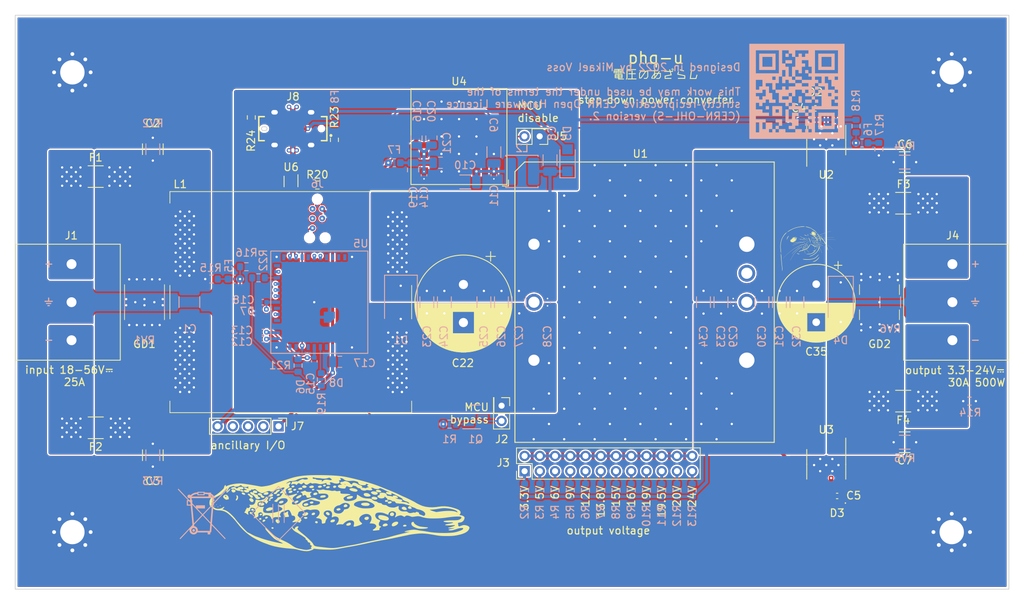
<source format=kicad_pcb>
(kicad_pcb (version 20211014) (generator pcbnew)
  (layers (0 "F.Cu" signal) (1 "In1.Cu" signal) (2 "In2.Cu" signal) (31 "B.Cu" signal) (34 "B.Paste" user) (35 "F.Paste" user) (36 "B.SilkS" user "B.Silkscreen") (37 "F.SilkS" user "F.Silkscreen") (38 "B.Mask" user) (39 "F.Mask" user) (44 "Edge.Cuts" user))
  (net 0 "")
  (net 1 "V_{in}")
  (net 2 "Net-(C1-Pad2)")
  (net 3 "Earth")
  (net 4 "+48V")
  (net 5 "GND")
  (net 6 "Net-(C7-Pad2)")
  (net 7 "ESP_AD1_0")
  (net 8 "ESP_AD1_1")
  (net 9 "/MCU/ESP_AD1_3")
  (net 10 "+3V3")
  (net 11 "/MCU/ESP_AD1_4")
  (net 12 "+5V")
  (net 13 "/V_{inr}+")
  (net 14 "/V_{inr}-")
  (net 15 "Net-(F5-Pad1)")
  (net 16 "Net-(F6-Pad1)")
  (net 17 "/MCU/V_{BUS}")
  (net 18 "/V_{out}-")
  (net 19 "V_{out}")
  (net 20 "Net-(J2-Pad2)")
  (net 21 "Net-(J3-Pad23)")
  (net 22 "Net-(J3-Pad21)")
  (net 23 "Net-(J3-Pad19)")
  (net 24 "Net-(J3-Pad17)")
  (net 25 "Net-(J3-Pad1)")
  (net 26 "Net-(J3-Pad5)")
  (net 27 "Net-(J3-Pad7)")
  (net 28 "Net-(J3-Pad9)")
  (net 29 "Net-(J3-Pad11)")
  (net 30 "Net-(J3-Pad13)")
  (net 31 "Net-(J3-Pad3)")
  (net 32 "Net-(J3-Pad15)")
  (net 33 "/MCU/~{3V3_EN}")
  (net 34 "ESP_IO9")
  (net 35 "ESP_TXD0")
  (net 36 "ESP_RXD0")
  (net 37 "/MCU/ESP_EN")
  (net 38 "Net-(C14-Pad1)")
  (net 39 "/MCU/D+")
  (net 40 "/MCU/D-")
  (net 41 "Net-(J8-PadA5)")
  (net 43 "Net-(J8-PadB5)")
  (net 44 "ESP_IO5")
  (net 45 "ESP_IO6")
  (net 46 "ESP_IO7")
  (net 48 "ESP_IO10")
  (net 49 "/Trim")
  (net 50 "Net-(R19-Pad2)")
  (net 51 "Net-(R20-Pad1)")
  (net 63 "/MCU/D_{c}-")
  (net 64 "/MCU/D_{c}+")
  (net 71 "Net-(R22-Pad1)")
  (net 72 "/Output caps/in+")
  (net 73 "Net-(Q1-Pad1)")
  (net 74 "/V_{out}+")
  (net 75 "Net-(C10-Pad2)")
  (footprint "Resistor_SMD:R_0603_1608Metric" (layer "F.Cu") (at 108.4275 75.630566 -90)
    (fp_text reference "R24")
    (fp_text value "5k1")
  )
  (footprint "Capacitor_SMD:C_1210_3225Metric" (layer "F.Cu") (at 95.5 120 90)
    (fp_text reference "C3")
    (fp_text value "4µ7")
  )
  (footprint "MountingHole:MountingHole_3.2mm_M3_Pad_Via" (layer "F.Cu") (at 84.94 69.7)
    (fp_text reference "H1" hide)
    (fp_text value "M3")
  )
  (footprint "Diode_SMD:D_0402_1005Metric" (layer "F.Cu") (at 182.475 73.51)
    (fp_text reference "D2")
    (fp_text value "3V3")
  )
  (footprint "Resistor_SMD:R_0603_1608Metric" (layer "F.Cu") (at 119.3375 78.570566 90)
    (fp_text reference "R23")
    (fp_text value "5k1")
  )
  (footprint "phq_SMD:Fuse_2410_20A" (layer "F.Cu") (at 88 83.4)
    (fp_text reference "F1")
    (fp_text value "30 A")
  )
  (footprint "phq_SMD:CMX1211Z321B-10" (layer "F.Cu") (at 113.61 99.89)
    (fp_text reference "L1")
    (fp_text value "320µ")
  )
  (footprint "LOGO" (layer "F.Cu") (at 181.5 93.15)
    (fp_text reference "G***" hide)
    (fp_text value "seal" hide)
  )
  (footprint "Capacitor_SMD:C_1210_3225Metric" (layer "F.Cu") (at 194.2 118.3 180)
    (fp_text reference "C7")
    (fp_text value "4µ7")
  )
  (footprint "LOGO" (layer "F.Cu") (at 161.5 69.9)
    (fp_text reference "G***" hide)
    (fp_text value "電圧のあざらし" hide)
  )
  (footprint "Converter_DCDC:Converter_DCDC_RECOM_RPMx.x-x.0" (layer "F.Cu") (at 135.68 78.14 180)
    (fp_text reference "U4")
    (fp_text value "RPMH3.3-0.5")
  )
  (footprint "Connector_PinHeader_2.00mm:PinHeader_2x01_P2.00mm_Vertical" (layer "F.Cu") (at 141.28 113.5 -90)
    (fp_text reference "J2")
    (fp_text value "MCU bypass")
  )
  (footprint "Connector_PinHeader_2.00mm:PinHeader_2x01_P2.00mm_Vertical" (layer "F.Cu") (at 146.28 78.11 180)
    (fp_text reference "J5")
    (fp_text value "MCU disable")
  )
  (footprint "phq_SMD:Fuse_2410_20A" (layer "F.Cu") (at 194 112.9)
    (fp_text reference "F4")
    (fp_text value "30 A")
  )
  (footprint "Capacitor_THT:CP_Radial_D12.5mm_P5.00mm" (layer "F.Cu") (at 136.27 97.576041 -90)
    (fp_text reference "C22")
    (fp_text value "390 µ")
  )
  (footprint "MountingHole:MountingHole_3.2mm_M3_Pad_Via" (layer "F.Cu") (at 200.37 69.7)
    (fp_text reference "H3" hide)
    (fp_text value "M3")
  )
  (footprint "phq_SMD:Fuse_2410_20A" (layer "F.Cu") (at 194 86.9)
    (fp_text reference "F3")
    (fp_text value "30 A")
  )
  (footprint "Capacitor_SMD:C_1210_3225Metric" (layer "F.Cu") (at 95.5 79.8 90)
    (fp_text reference "C2")
    (fp_text value "4µ7")
  )
  (footprint "LOGO" (layer "F.Cu") (at 120 127.6)
    (fp_text reference "G***" hide)
    (fp_text value "seal" hide)
  )
  (footprint "MountingHole:MountingHole_3.2mm_M3_Pad_Via" (layer "F.Cu") (at 200.37 130.1)
    (fp_text reference "H4" hide)
    (fp_text value "M3")
  )
  (footprint "Capacitor_THT:CP_Radial_D10.0mm_P5.00mm" (layer "F.Cu") (at 182.58 97.532323 -90)
    (fp_text reference "C35")
    (fp_text value "560 µ")
  )
  (footprint "phq_Module:i7A4W-0C1" (layer "F.Cu") (at 159.5 99.9)
    (fp_text reference "U1")
    (fp_text value "i7A4W033A033V")
  )
  (footprint "phq_Connector:USB4120" (layer "F.Cu") (at 113.88 77.100566 180)
    (fp_text reference "J8")
    (fp_text value "USB-C")
    (fp_line (start 3.65 -0.26) (end 3.85 -0.26) (layer "Edge.Cuts") (width 0.1))
    (fp_line (start 3.85 0.26) (end 3.65 0.26) (layer "Edge.Cuts") (width 0.1))
    (fp_arc (start 4.11 0) (mid 4.033848 0.183848) (end 3.85 0.26) (layer "Edge.Cuts") (width 0.1))
    (fp_arc (start 3.65 0.26) (mid 3.466152 0.183848) (end 3.39 0) (layer "Edge.Cuts") (width 0.1))
    (fp_arc (start 3.39 0) (mid 3.466152 -0.183848) (end 3.65 -0.26) (layer "Edge.Cuts") (width 0.1))
    (fp_arc (start 3.85 -0.26) (mid 4.033848 -0.183848) (end 4.11 0) (layer "Edge.Cuts") (width 0.1))
  )
  (footprint "phq_SMD:2036-NN-SM" (layer "F.Cu") (at 94.41 99.9 -90)
    (fp_text reference "GD1")
    (fp_text value "75 V")
  )
  (footprint "Connector_PinHeader_2.00mm:PinHeader_2x12_P2.00mm_Vertical" (layer "F.Cu") (at 144.3 122.1 90)
    (fp_text reference "J3")
    (fp_text value "Voltage select")
  )
  (footprint "Connector_PinHeader_2.00mm:PinHeader_1x05_P2.00mm_Vertical" (layer "F.Cu") (at 112 116.2 -90)
    (fp_text reference "J7")
    (fp_text value "I/O")
  )
  (footprint "Package_SO:SOIC-8_3.9x4.9mm_P1.27mm" (layer "F.Cu") (at 183.9 78.6 90)
    (fp_text reference "U2")
    (fp_text value "TMCS1108A1U")
  )
  (footprint "MountingHole:MountingHole_3.2mm_M3_Pad_Via" (layer "F.Cu") (at 84.94 130.1)
    (fp_text reference "H2" hide)
    (fp_text value "M3")
  )
  (footprint "phq_SMD:2036-NN-SM" (layer "F.Cu") (at 190.88 99.9 90)
    (fp_text reference "GD2")
    (fp_text value "75 V")
  )
  (footprint "Package_SO:SOIC-8_3.9x4.9mm_P1.27mm" (layer "F.Cu") (at 183.9 121.2 -90)
    (fp_text reference "U3")
    (fp_text value "TMCS1108A1U")
  )
  (footprint "Capacitor_SMD:C_1210_3225Metric" (layer "F.Cu") (at 194.2 81.5)
    (fp_text reference "C6")
    (fp_text value "4µ7")
  )
  (footprint "Diode_SMD:D_0402_1005Metric" (layer "F.Cu") (at 185.325 126.29 180)
    (fp_text reference "D3")
    (fp_text value "3V3")
  )
  (footprint "phq_SMD:Fuse_2410_20A" (layer "F.Cu") (at 88.01 116.4)
    (fp_text reference "F2")
    (fp_text value "30 A")
  )
  (footprint "Capacitor_SMD:C_0402_1005Metric" (layer "F.Cu") (at 182.47 74.44 180)
    (fp_text reference "C4")
    (fp_text value "100 n")
  )
  (footprint "phq_Connector:Phoenix_1987737" (layer "F.Cu") (at 200.46 99.9 90)
    (fp_text reference "J4")
    (fp_text value "3.3…24 V")
  )
  (footprint "phq_Connector:Phoenix_1987737" (layer "F.Cu") (at 84.83 99.9 -90)
    (fp_text reference "J1")
    (fp_text value "18…56 V")
  )
  (footprint "Package_DFN_QFN:ST_UQFN-6L_1.5x1.7mm_Pitch0.5mm" (layer "F.Cu") (at 113.64 84.04 -90)
    (fp_text reference "U6")
    (fp_text value "ECMF02-2AMX6")
  )
  (footprint "Resistor_SMD:R_0603_1608Metric" (layer "F.Cu") (at 117.1 84.51 180)
    (fp_text reference "R20")
    (fp_text value "0")
  )
  (footprint "Capacitor_SMD:C_0402_1005Metric" (layer "F.Cu") (at 185.33 125.36 180)
    (fp_text reference "C5")
    (fp_text value "100 n")
  )
  (footprint "Fuse:Fuse_0603_1608Metric" (layer "B.Cu") (at 106.1575 96.86)
    (fp_text reference "F5")
    (fp_text value "10 mA")
  )
  (footprint "Capacitor_SMD:C_1206_3216Metric" (layer "B.Cu") (at 136.505 84.1)
    (fp_text reference "C10")
    (fp_text value "4µ7")
  )
  (footprint "Capacitor_SMD:C_1210_3225Metric" (layer "B.Cu") (at 100.3 99.89 -90)
    (fp_text reference "C1")
    (fp_text value "4µ7")
  )
  (footprint "Capacitor_SMD:C_1206_3216Metric" (layer "B.Cu") (at 170.08 99.9 -90)
    (fp_text reference "C33")
    (fp_text value "4µ7")
  )
  (footprint "Capacitor_SMD:C_1206_3216Metric" (layer "B.Cu") (at 175.45 99.9 -90)
    (fp_text reference "C30")
    (fp_text value "4µ7")
  )
  (footprint "Capacitor_SMD:C_0402_1005Metric" (layer "B.Cu") (at 109.94 99.9 180)
    (fp_text reference "C18")
    (fp_text value "100 n")
  )
  (footprint "Fuse:Fuse_0603_1608Metric" (layer "B.Cu") (at 119.34 75.6075 90)
    (fp_text reference "F8")
    (fp_text value "500 mA")
  )
  (footprint "Fuse:Fuse_0603_1608Metric" (layer "B.Cu") (at 127.2 81.58)
    (fp_text reference "F7")
    (fp_text value "500 mA")
  )
  (footprint "Resistor_SMD:R_0603_1608Metric" (layer "B.Cu") (at 114.57 108.225 90)
    (fp_text reference "R21")
    (fp_text value "45k3")
  )
  (footprint "Capacitor_SMD:C_0402_1005Metric" (layer "B.Cu") (at 109.94 104.75 180)
    (fp_text reference "C12")
    (fp_text value "100 n")
  )
  (footprint "Resistor_SMD:R_0603_1608Metric" (layer "B.Cu") (at 107.78 95.24)
    (fp_text reference "R16")
    (fp_text value "1M")
  )
  (footprint "Resistor_SMD:R_0603_1608Metric" (layer "B.Cu") (at 152.3 124.6 -90)
    (fp_text reference "R6")
    (fp_text value "1k13")
  )
  (footprint "Capacitor_SMD:C_0805_2012Metric" (layer "B.Cu") (at 130.11 78.31 90)
    (fp_text reference "C16")
    (fp_text value "4µ7")
  )
  (footprint "Capacitor_SMD:C_1206_3216Metric" (layer "B.Cu") (at 143.56 99.9 90)
    (fp_text reference "C27")
    (fp_text value "4µ7")
  )
  (footprint "phq_Symbol:Class_III" (layer "B.Cu") (at 112 127.65 180)
    (fp_text reference "REF**" hide)
    (fp_text value "Class_III" hide)
  )
  (footprint "Capacitor_SMD:C_1206_3216Metric" (layer "B.Cu") (at 194.2 118.3 180)
    (fp_text reference "RV5")
    (fp_text value "85V")
  )
  (footprint "Resistor_SMD:R_0603_1608Metric" (layer "B.Cu") (at 117.62 110.055 90)
    (fp_text reference "R19")
    (fp_text value "45k3")
  )
  (footprint "Capacitor_SMD:C_1206_3216Metric" (layer "B.Cu") (at 177.75 99.9 -90)
    (fp_text reference "C31")
    (fp_text value "4µ7")
  )
  (footprint "Resistor_SMD:R_0603_1608Metric" (layer "B.Cu") (at 190.8 79.8 90)
    (fp_text reference "R17")
    (fp_text value "4M7")
  )
  (footprint "Capacitor_SMD:C_1206_3216Metric" (layer "B.Cu") (at 95.5 79.8 90)
    (fp_text reference "RV2")
    (fp_text value "85V")
  )
  (footprint "Resistor_SMD:R_0603_1608Metric" (layer "B.Cu") (at 160.3 124.6 -90)
    (fp_text reference "R10")
    (fp_text value "294")
  )
  (footprint "Resistor_SMD:R_0603_1608Metric" (layer "B.Cu") (at 156.3 124.6 -90)
    (fp_text reference "R8")
    (fp_text value "649")
  )
  (footprint "Capacitor_SMD:C_0805_2012Metric" (layer "B.Cu") (at 120.05 107.73)
    (fp_text reference "C17")
    (fp_text value "4µ7")
  )
  (footprint "phq_Connector:TC2030" (layer "B.Cu") (at 117.1 88.9 -90)
    (fp_text reference "J6")
    (fp_text value "TC2030")
  )
  (footprint "Capacitor_SMD:C_1206_3216Metric" (layer "B.Cu") (at 167.78 99.9 -90)
    (fp_text reference "C34")
    (fp_text value "4µ7")
  )
  (footprint "Capacitor_SMD:C_1206_3216Metric" (layer "B.Cu") (at 95.5 120 90)
    (fp_text reference "RV3")
    (fp_text value "85V")
  )
  (footprint "Capacitor_SMD:C_1206_3216Metric" (layer "B.Cu") (at 131.47 99.9 90)
    (fp_text reference "C23")
    (fp_text value "4µ7")
  )
  (footprint "Package_TO_SOT_SMD:SOT-23" (layer "B.Cu") (at 137.8625 114.97)
    (fp_text reference "Q1")
    (fp_text value "NX138AK")
  )
  (footprint "Capacitor_SMD:C_0402_1005Metric" (layer "B.Cu") (at 116.7 107.66 -90)
    (fp_text reference "C15")
    (fp_text value "100 n")
  )
  (footprint "Resistor_SMD:R_0603_1608Metric" (layer "B.Cu") (at 164.3 124.6 -90)
    (fp_text reference "R12")
    (fp_text value "232")
  )
  (footprint "Capacitor_SMD:C_0402_1005Metric" (layer "B.Cu") (at 147.31 99.9 -90)
    (fp_text reference "C28")
    (fp_text value "100n")
  )
  (footprint "Capacitor_SMD:C_0402_1005Metric" (layer "B.Cu") (at 109.94 103.83 180)
    (fp_text reference "C13")
    (fp_text value "100 n")
  )
  (footprint "Capacitor_SMD:C_0805_2012Metric" (layer "B.Cu") (at 133.26 81.58)
    (fp_text reference "C21")
    (fp_text value "4µ7")
  )
  (footprint "Capacitor_SMD:C_1206_3216Metric" (layer "B.Cu") (at 140.27 80.185 -90)
    (fp_text reference "C9")
    (fp_text value "4µ7")
  )
  (footprint "Resistor_SMD:R_0603_1608Metric" (layer "B.Cu") (at 162.3 124.6 -90)
    (fp_text reference "R11")
    (fp_text value "261")
  )
  (footprint "Capacitor_SMD:C_0402_1005Metric" (layer "B.Cu") (at 131.1 83.22 -90)
    (fp_text reference "C14")
    (fp_text value "100n")
  )
  (footprint "Capacitor_SMD:C_0402_1005Metric" (layer "B.Cu") (at 140.27 83.2 -90)
    (fp_text reference "C11")
    (fp_text value "100n")
  )
  (footprint "Capacitor_SMD:C_1206_3216Metric" (layer "B.Cu") (at 194.2 81.5)
    (fp_text reference "RV4")
    (fp_text value "85V")
  )
  (footprint "Capacitor_SMD:C_1206_3216Metric" (layer "B.Cu") (at 138.96 99.9 90)
    (fp_text reference "C25")
    (fp_text value "4µ7")
  )
  (footprint "Diode_SMD:D_SMB" (layer "B.Cu") (at 128.07 99.9 -90)
    (fp_text reference "D1")
    (fp_text value "54 V")
  )
  (footprint "Resistor_SMD:R_0603_1608Metric" (layer "B.Cu") (at 158.3 124.6 -90)
    (fp_text reference "R9")
    (fp_text value "536")
  )
  (footprint "Resistor_SMD:R_0603_1608Metric" (layer "B.Cu") (at 146.3 124.6 -90)
    (fp_text reference "R3")
    (fp_text value "8k76")
  )
  (footprint "Capacitor_SMD:C_2220_5650Metric" (layer "B.Cu") (at 94.41 99.9 -90)
    (fp_text reference "RV1")
    (fp_text value "56 V")
  )
  (footprint "LOGO" (layer "B.Cu") (at 180.05 72.2 180)
    (fp_text reference "G***" hide)
    (fp_text value "URL" hide)
  )
  (footprint "phq_Module:ESP32-C3-MINI-1U" (layer "B.Cu") (at 116.7 99.9 90)
    (fp_text reference "U5")
    (fp_text value "ESP32-C3")
  )
  (footprint "Capacitor_SMD:C_1206_3216Metric" (layer "B.Cu") (at 147.64 81.24 -90)
    (fp_text reference "C8")
    (fp_text value "4µ7")
  )
  (footprint "Resistor_SMD:R_0603_1608Metric" (layer "B.Cu") (at 144.3 124.6 -90)
    (fp_text reference "R2")
    (fp_text value "820k")
  )
  (footprint "phq_Symbol:WEEE" (layer "B.Cu") (at 102 127.65 180)
    (fp_text reference "REF**" hide)
    (fp_text value "WEEE" hide)
  )
  (footprint "Diode_SMD:D_0402_1005Metric" (layer "B.Cu") (at 109.92 100.83 180)
    (fp_text reference "D7")
    (fp_text value "2V5")
  )
  (footprint "Capacitor_SMD:C_1210_3225Metric" (layer "B.Cu") (at 192.3 99.9 -90)
    (fp_text reference "RV6")
    (fp_text value "24 V")
  )
  (footprint "Resistor_SMD:R_0603_1608Metric" (layer "B.Cu") (at 187.81 76.77 90)
    (fp_text reference "R18")
    (fp_text value "500k")
  )
  (footprint "Capacitor_SMD:C_1206_3216Metric" (layer "B.Cu") (at 141.26 99.9 90)
    (fp_text reference "C26")
    (fp_text value "4µ7")
  )
  (footprint "Diode_SMD:D_0402_1005Metric" (layer "B.Cu") (at 119.585 109.18)
    (fp_text reference "D8")
    (fp_text value "3V3")
  )
  (footprint "Diode_SMD:D_SMF" (layer "B.Cu") (at 149.94 81.27 90)
    (fp_text reference "D5")
    (fp_text value "Schottky diode")
  )
  (footprint "Resistor_SMD:R_0603_1608Metric" (layer "B.Cu") (at 166.3 124.6 -90)
    (fp_text reference "R13")
    (fp_text value "41R2")
  )
  (footprint "Resistor_SMD:R_0603_1608Metric" (layer "B.Cu") (at 103.2 96.86)
    (fp_text reference "R15")
    (fp_text value "25M")
  )
  (footprint "Capacitor_SMD:C_1206_3216Metric" (layer "B.Cu") (at 133.77 99.9 90)
    (fp_text reference "C24")
    (fp_text value "4µ7")
  )
  (footprint "Diode_SMD:D_0402_1005Metric" (layer "B.Cu") (at 115.77 107.68 -90)
    (fp_text reference "D6")
    (fp_text value "2V5")
  )
  (footprint "Capacitor_SMD:C_0402_1005Metric" (layer "B.Cu") (at 171.69 99.9 -90)
    (fp_text reference "C29")
    (fp_text value "100n")
  )
  (footprint "phq_SMD:WE-LQS_4018" (layer "B.Cu") (at 143.955 82.72 180)
    (fp_text reference "L2")
    (fp_text value "15µ")
  )
  (footprint "Capacitor_SMD:C_1206_3216Metric" (layer "B.Cu") (at 180.05 99.9 -90)
    (fp_text reference "C32")
    (fp_text value "4µ7")
  )
  (footprint "Resistor_SMD:R_0603_1608Metric" (layer "B.Cu") (at 109.37 96.7 180)
    (fp_text reference "R22")
    (fp_text value "45k3")
  )
  (footprint "Resistor_SMD:R_0603_1608Metric" (layer "B.Cu") (at 148.3 124.6 -90)
    (fp_text reference "R4")
    (fp_text value "5k23")
  )
  (footprint "Capacitor_SMD:C_0805_2012Metric" (layer "B.Cu") (at 129.66 82.53 -90)
    (fp_text reference "C19")
    (fp_text value "4µ7")
  )
  (footprint "Capacitor_SMD:C_0805_2012Metric" (layer "B.Cu") (at 132.07 78.31 90)
    (fp_text reference "C20")
    (fp_text value "4µ7")
  )
  (footprint "Resistor_SMD:R_0603_1608Metric" (layer "B.Cu") (at 150.3 124.6 -90)
    (fp_text reference "R5")
    (fp_text value "2k1")
  )
  (footprint "Resistor_SMD:R_0603_1608Metric" (layer "B.Cu") (at 154.3 124.6 -90)
    (fp_text reference "R7")
    (fp_text value "806")
  )
  (footprint "Resistor_SMD:R_0603_1608Metric" (layer "B.Cu") (at 134.455 115.92)
    (fp_text reference "R1")
    (fp_text value "560R")
  )
  (footprint "Diode_SMD:D_SMA" (layer "B.Cu") (at 185.8 99.9 -90)
    (fp_text reference "D4")
    (fp_text value "24 V")
  )
  (footprint "Resistor_SMD:R_0603_1608Metric" (layer "B.Cu") (at 202.7 112.9)
    (fp_text reference "R14")
    (fp_text value "10M")
  )
  (footprint "Fuse:Fuse_0603_1608Metric" (layer "B.Cu") (at 188.59 78.98 180)
    (fp_text reference "F6")
    (fp_text value "10 mA")
  )
  (gr_rect (start 77.44 62.2) (end 207.87 137.6) (layer "Edge.Cuts") (width 0.1) (fill none))
  (gr_text "Designed in 2022 by Mikael Voss\n\nThis work may be used under the terms of the\nstrictly‐reciprocative CERN Open Hardware Licence\n(CERN-OHL-S) version 2." (at 172.75 72.25) (layer "B.SilkS") (effects (font (size 1 1)) (justify left mirror)))
  (gr_text "-" (at 81.85 104.825) (layer "B.SilkS") (effects (font (size 1 1)) (justify mirror)))
  (gr_text "⏚" (at 203.45 99.9) (layer "B.SilkS") (effects (font (size 1 1)) (justify mirror)))
  (gr_text "+" (at 81.85 94.825) (layer "B.SilkS") (effects (font (size 1 1)) (justify mirror)))
  (gr_text "+" (at 203.475 94.825) (layer "B.SilkS") (effects (font (size 1 1)) (justify mirror)))
  (gr_text "-" (at 203.475 104.825) (layer "B.SilkS") (effects (font (size 1 1)) (justify mirror)))
  (gr_text "⏚" (at 81.825 99.9) (layer "B.SilkS") (effects (font (size 1 1)) (justify mirror)))
  (gr_text "20 V" (at 164.3 123.9 90) (layer "F.SilkS") (effects (font (size 1 1)) (justify right)))
  (gr_text "19 V" (at 160.3 123.9 90) (layer "F.SilkS") (effects (font (size 1 1)) (justify right)))
  (gr_text "MCU\nbypass" (at 139.7 114.5) (layer "F.SilkS") (effects (font (size 1 1)) (justify right)))
  (gr_text "12 V" (at 152.3 123.9 90) (layer "F.SilkS") (effects (font (size 1 1)) (justify right)))
  (gr_text "output 3.3-24 V⎓\n30 A 500 W" (at 207.5 109.65) (layer "F.SilkS") (effects (font (size 1 1)) (justify right)))
  (gr_text "13.8 V" (at 154.3 123.9 90) (layer "F.SilkS") (effects (font (size 1 1)) (justify right)))
  (gr_text "19.5 V" (at 162.3 123.9 90) (layer "F.SilkS") (effects (font (size 1 1)) (justify right)))
  (gr_text "9 V" (at 150.3 123.9 90) (layer "F.SilkS") (effects (font (size 1 1)) (justify right)))
  (gr_text "output voltage" (at 155.3 129.9) (layer "F.SilkS") (effects (font (size 1 1))))
  (gr_text "input 18-56 V⎓\n25 A     " (at 90.5 109.6) (layer "F.SilkS") (effects (font (size 1 1)) (justify right)))
  (gr_text "6 V" (at 148.3 123.9 90) (layer "F.SilkS") (effects (font (size 1 1)) (justify right)))
  (gr_text "5 V" (at 146.3 123.9 90) (layer "F.SilkS") (effects (font (size 1 1)) (justify right)))
  (gr_text "24 V" (at 166.3 123.9 90) (layer "F.SilkS") (effects (font (size 1 1)) (justify right)))
  (gr_text "MCU\ndisable" (at 143.3 74.9) (layer "F.SilkS") (effects (font (size 1 1)) (justify left)))
  (gr_text "15 V" (at 156.3 123.9 90) (layer "F.SilkS") (effects (font (size 1 1)) (justify right)))
  (gr_text "16 V" (at 158.3 123.9 90) (layer "F.SilkS") (effects (font (size 1 1)) (justify right)))
  (gr_text "ancillary I/O" (at 108 118.7) (layer "F.SilkS") (effects (font (size 1 1))))
  (gr_text "phq-u" (at 161.5 67.8) (layer "F.SilkS") (effects (font (size 1.5 1.5) (thickness 0.2))))
  (gr_text "step‐down power converter" (at 161.5 73.3) (layer "F.SilkS") (effects (font (size 1 1))))
  (gr_text "3.3 V" (at 144.3 123.9 90) (layer "F.SilkS") (effects (font (size 1 1)) (justify right)))
  (via micro (at 99.1 91.6) (size 0.6) (drill 0.3) (layers "F.Cu" "B.Cu") (net 1))
  (via micro (at 99.1 88) (size 0.6) (drill 0.3) (layers "F.Cu" "B.Cu") (net 1))
  (via micro (at 98.5 95.8) (size 0.6) (drill 0.3) (layers "F.Cu" "B.Cu") (net 1))
  (via micro (at 100.3 90.4) (size 0.6) (drill 0.3) (layers "F.Cu" "B.Cu") (net 1))
  (via micro (at 99.1 95.2) (size 0.6) (drill 0.3) (layers "F.Cu" "B.Cu") (net 1))
  (via micro (at 100.3 88) (size 0.6) (drill 0.3) (layers "F.Cu" "B.Cu") (net 1))
  (via micro (at 98.5 92.2) (size 0.6) (drill 0.3) (layers "F.Cu" "B.Cu") (net 1))
  (via micro (at 91.9 82.8) (size 0.6) (drill 0.3) (layers "F.Cu" "B.Cu") (net 1))
  (via micro (at 98.5 89.8) (size 0.6) (drill 0.3) (layers "F.Cu" "B.Cu") (net 1))
  (via micro (at 99.7 93.4) (size 0.6) (drill 0.3) (layers "F.Cu" "B.Cu") (net 1))
  (via micro (at 95.4 96.9) (size 0.6) (drill 0.3) (layers "F.Cu" "B.Cu") (net 1))
  (via micro (at 99.1 89.2) (size 0.6) (drill 0.3) (layers "F.Cu" "B.Cu") (net 1))
  (via micro (at 99.7 92.2) (size 0.6) (drill 0.3) (layers "F.Cu" "B.Cu") (net 1))
  (via micro (at 90.5 84) (size 0.6) (drill 0.3) (layers "F.Cu" "B.Cu") (net 1))
  (via micro (at 100.9 93.4) (size 0.6) (drill 0.3) (layers "F.Cu" "B.Cu") (net 1))
  (via micro (at 94.4 96.9) (size 0.6) (drill 0.3) (layers "F.Cu" "B.Cu") (net 1))
  (via micro (at 89.8 84.6) (size 0.6) (drill 0.3) (layers "F.Cu" "B.Cu") (net 1))
  (via micro (at 99.1 92.8) (size 0.6) (drill 0.3) (layers "F.Cu" "B.Cu") (net 1))
  (via micro (at 91.9 84) (size 0.6) (drill 0.3) (layers "F.Cu" "B.Cu") (net 1))
  (via micro (at 91.2 82.2) (size 0.6) (drill 0.3) (layers "F.Cu" "B.Cu") (net 1))
  (via micro (at 99.7 94.6) (size 0.6) (drill 0.3) (layers "F.Cu" "B.Cu") (net 1))
  (via micro (at 100.9 95.8) (size 0.6) (drill 0.3) (layers "F.Cu" "B.Cu") (net 1))
  (via micro (at 99.1 90.4) (size 0.6) (drill 0.3) (layers "F.Cu" "B.Cu") (net 1))
  (via micro (at 90.5 82.8) (size 0.6) (drill 0.3) (layers "F.Cu" "B.Cu") (net 1))
  (via micro (at 93.4 96.9) (size 0.6) (drill 0.3) (layers "F.Cu" "B.Cu") (net 1))
  (via micro (at 99.7 95.8) (size 0.6) (drill 0.3) (layers "F.Cu" "B.Cu") (net 1))
  (via micro (at 99.1 96.4) (size 0.6) (drill 0.3) (layers "F.Cu" "B.Cu") (net 1))
  (via micro (at 99.7 91) (size 0.6) (drill 0.3) (layers "F.Cu" "B.Cu") (net 1))
  (via micro (at 92.4 96.9) (size 0.6) (drill 0.3) (layers "F.Cu" "B.Cu") (net 1))
  (via micro (at 95.5 81.3) (size 0.6) (drill 0.3) (layers "F.Cu" "B.Cu") (net 1))
  (via micro (at 100.9 89.8) (size 0.6) (drill 0.3) (layers "F.Cu" "B.Cu") (net 1))
  (via micro (at 100.9 88.6) (size 0.6) (drill 0.3) (layers "F.Cu" "B.Cu") (net 1))
  (via micro (at 100.3 94) (size 0.6) (drill 0.3) (layers "F.Cu" "B.Cu") (net 1))
  (via micro (at 99.7 89.8) (size 0.6) (drill 0.3) (layers "F.Cu" "B.Cu") (net 1))
  (via micro (at 100.9 92.2) (size 0.6) (drill 0.3) (layers "F.Cu" "B.Cu") (net 1))
  (via micro (at 100.3 89.2) (size 0.6) (drill 0.3) (layers "F.Cu" "B.Cu") (net 1))
  (via micro (at 99.7 88.6) (size 0.6) (drill 0.3) (layers "F.Cu" "B.Cu") (net 1))
  (via micro (at 91.2 83.4) (size 0.6) (drill 0.3) (layers "F.Cu" "B.Cu") (net 1))
  (via micro (at 100.3 96.4) (size 0.6) (drill 0.3) (layers "F.Cu" "B.Cu") (net 1))
  (via micro (at 100.3 92.8) (size 0.6) (drill 0.3) (layers "F.Cu" "B.Cu") (net 1))
  (via micro (at 91.2 84.6) (size 0.6) (drill 0.3) (layers "F.Cu" "B.Cu") (net 1))
  (via micro (at 99.7 92.2) (size 0.6) (drill 0.3) (layers "F.Cu" "B.Cu") (net 1))
  (via micro (at 96.4 96.9) (size 0.6) (drill 0.3) (layers "F.Cu" "B.Cu") (net 1))
  (via micro (at 100.3 91.6) (size 0.6) (drill 0.3) (layers "F.Cu" "B.Cu") (net 1))
  (via micro (at 100.9 91) (size 0.6) (drill 0.3) (layers "F.Cu" "B.Cu") (net 1))
  (via micro (at 102.38 96.86) (size 0.6) (drill 0.3) (layers "F.Cu" "B.Cu") (net 1))
  (via micro (at 98.5 91) (size 0.6) (drill 0.3) (layers "F.Cu" "B.Cu") (net 1))
  (via micro (at 100.9 94.6) (size 0.6) (drill 0.3) (layers "F.Cu" "B.Cu") (net 1))
  (via micro (at 92.5 83.4) (size 0.6) (drill 0.3) (layers "F.Cu" "B.Cu") (net 1))
  (via micro (at 98.5 88.6) (size 0.6) (drill 0.3) (layers "F.Cu" "B.Cu") (net 1))
  (via micro (at 92.5 84.6) (size 0.6) (drill 0.3) (layers "F.Cu" "B.Cu") (net 1))
  (via micro (at 100.3 96.4) (size 0.6) (drill 0.3) (layers "F.Cu" "B.Cu") (net 1))
  (via micro (at 89.8 83.4) (size 0.6) (drill 0.3) (layers "F.Cu" "B.Cu") (net 1))
  (via micro (at 89.8 82.2) (size 0.6) (drill 0.3) (layers "F.Cu" "B.Cu") (net 1))
  (via micro (at 99.1 94) (size 0.6) (drill 0.3) (layers "F.Cu" "B.Cu") (net 1))
  (via micro (at 92.5 82.2) (size 0.6) (drill 0.3) (layers "F.Cu" "B.Cu") (net 1))
  (via micro (at 98.5 94.6) (size 0.6) (drill 0.3) (layers "F.Cu" "B.Cu") (net 1))
  (via micro (at 100.3 95.2) (size 0.6) (drill 0.3) (layers "F.Cu" "B.Cu") (net 1))
  (via micro (at 98.5 93.4) (size 0.6) (drill 0.3) (layers "F.Cu" "B.Cu") (net 1))
  (via micro (at 98.485708 108.692473) (size 0.6) (drill 0.3) (layers "F.Cu" "B.Cu") (net 2))
  (via micro (at 96.4 102.9) (size 0.6) (drill 0.3) (layers "F.Cu" "B.Cu") (net 2))
  (via micro (at 99.085708 109.292473) (size 0.6) (drill 0.3) (layers "F.Cu" "B.Cu") (net 2))
  (via micro (at 92.4 116.4) (size 0.6) (drill 0.3) (layers "F.Cu" "B.Cu") (net 2))
  (via micro (at 100.285708 104.492473) (size 0.6) (drill 0.3) (layers "F.Cu" "B.Cu") (net 2))
  (via micro (at 100.885708 103.892473) (size 0.6) (drill 0.3) (layers "F.Cu" "B.Cu") (net 2))
  (via micro (at 100.285708 109.292473) (size 0.6) (drill 0.3) (layers "F.Cu" "B.Cu") (net 2))
  (via micro (at 90 115.2) (size 0.6) (drill 0.3) (layers "F.Cu" "B.Cu") (net 2))
  (via micro (at 91.2 116.4) (size 0.6) (drill 0.3) (layers "F.Cu" "B.Cu") (net 2))
  (via micro (at 99.085708 106.892473) (size 0.6) (drill 0.3) (layers "F.Cu" "B.Cu") (net 2))
  (via micro (at 99.085708 108.092473) (size 0.6) (drill 0.3) (layers "F.Cu" "B.Cu") (net 2))
  (via micro (at 91.2 115.2) (size 0.6) (drill 0.3) (layers "F.Cu" "B.Cu") (net 2))
  (via micro (at 99.685708 107.492473) (size 0.6) (drill 0.3) (layers "F.Cu" "B.Cu") (net 2))
  (via micro (at 99.685708 107.492473) (size 0.6) (drill 0.3) (layers "F.Cu" "B.Cu") (net 2))
  (via micro (at 92.4 115.2) (size 0.6) (drill 0.3) (layers "F.Cu" "B.Cu") (net 2))
  (via micro (at 98.485708 109.892473) (size 0.6) (drill 0.3) (layers "F.Cu" "B.Cu") (net 2))
  (via micro (at 100.885708 111.092473) (size 0.6) (drill 0.3) (layers "F.Cu" "B.Cu") (net 2))
  (via micro (at 95.4 102.9) (size 0.6) (drill 0.3) (layers "F.Cu" "B.Cu") (net 2))
  (via micro (at 100.885708 106.292473) (size 0.6) (drill 0.3) (layers "F.Cu" "B.Cu") (net 2))
  (via micro (at 98.485708 103.892473) (size 0.6) (drill 0.3) (layers "F.Cu" "B.Cu") (net 2))
  (via micro (at 94.4 102.9) (size 0.6) (drill 0.3) (layers "F.Cu" "B.Cu") (net 2))
  (via micro (at 99.085708 103.292473) (size 0.6) (drill 0.3) (layers "F.Cu" "B.Cu") (net 2))
  (via micro (at 92.4 102.9) (size 0.6) (drill 0.3) (layers "F.Cu" "B.Cu") (net 2))
  (via micro (at 91.8 117) (size 0.6) (drill 0.3) (layers "F.Cu" "B.Cu") (net 2))
  (via micro (at 99.085708 111.692473) (size 0.6) (drill 0.3) (layers "F.Cu" "B.Cu") (net 2))
  (via micro (at 99.685708 105.092473) (size 0.6) (drill 0.3) (layers "F.Cu" "B.Cu") (net 2))
  (via micro (at 99.685708 109.892473) (size 0.6) (drill 0.3) (layers "F.Cu" "B.Cu") (net 2))
  (via micro (at 100.885708 108.692473) (size 0.6) (drill 0.3) (layers "F.Cu" "B.Cu") (net 2))
  (via micro (at 98.485708 105.092473) (size 0.6) (drill 0.3) (layers "F.Cu" "B.Cu") (net 2))
  (via micro (at 99.085708 110.492473) (size 0.6) (drill 0.3) (layers "F.Cu" "B.Cu") (net 2))
  (via micro (at 91.8 115.8) (size 0.6) (drill 0.3) (layers "F.Cu" "B.Cu") (net 2))
  (via micro (at 99.685708 106.292473) (size 0.6) (drill 0.3) (layers "F.Cu" "B.Cu") (net 2))
  (via micro (at 100.285708 105.692473) (size 0.6) (drill 0.3) (layers "F.Cu" "B.Cu") (net 2))
  (via micro (at 100.285708 108.092473) (size 0.6) (drill 0.3) (layers "F.Cu" "B.Cu") (net 2))
  (via micro (at 100.285708 103.292473) (size 0.6) (drill 0.3) (layers "F.Cu" "B.Cu") (net 2))
  (via micro (at 99.085708 104.492473) (size 0.6) (drill 0.3) (layers "F.Cu" "B.Cu") (net 2))
  (via micro (at 90.6 115.8) (size 0.6) (drill 0.3) (layers "F.Cu" "B.Cu") (net 2))
  (via micro (at 98.485708 111.092473) (size 0.6) (drill 0.3) (layers "F.Cu" "B.Cu") (net 2))
  (via micro (at 100.285708 110.492473) (size 0.6) (drill 0.3) (layers "F.Cu" "B.Cu") (net 2))
  (via micro (at 90 116.4) (size 0.6) (drill 0.3) (layers "F.Cu" "B.Cu") (net 2))
  (via micro (at 100.885708 109.892473) (size 0.6) (drill 0.3) (layers "F.Cu" "B.Cu") (net 2))
  (via micro (at 100.885708 107.492473) (size 0.6) (drill 0.3) (layers "F.Cu" "B.Cu") (net 2))
  (via micro (at 100.285708 106.892473) (size 0.6) (drill 0.3) (layers "F.Cu" "B.Cu") (net 2))
  (via micro (at 91.2 117.6) (size 0.6) (drill 0.3) (layers "F.Cu" "B.Cu") (net 2))
  (via micro (at 99.085708 105.692473) (size 0.6) (drill 0.3) (layers "F.Cu" "B.Cu") (net 2))
  (via micro (at 98.485708 106.292473) (size 0.6) (drill 0.3) (layers "F.Cu" "B.Cu") (net 2))
  (via micro (at 100.285708 111.692473) (size 0.6) (drill 0.3) (layers "F.Cu" "B.Cu") (net 2))
  (via micro (at 90 117.6) (size 0.6) (drill 0.3) (layers "F.Cu" "B.Cu") (net 2))
  (via micro (at 100.285708 111.692473) (size 0.6) (drill 0.3) (layers "F.Cu" "B.Cu") (net 2))
  (via micro (at 98.485708 107.492473) (size 0.6) (drill 0.3) (layers "F.Cu" "B.Cu") (net 2))
  (via micro (at 99.685708 111.092473) (size 0.6) (drill 0.3) (layers "F.Cu" "B.Cu") (net 2))
  (via micro (at 92.4 117.6) (size 0.6) (drill 0.3) (layers "F.Cu" "B.Cu") (net 2))
  (via micro (at 99.685708 108.692473) (size 0.6) (drill 0.3) (layers "F.Cu" "B.Cu") (net 2))
  (via micro (at 95.5 118.5) (size 0.6) (drill 0.3) (layers "F.Cu" "B.Cu") (net 2))
  (via micro (at 100.885708 105.092473) (size 0.6) (drill 0.3) (layers "F.Cu" "B.Cu") (net 2))
  (via micro (at 90.6 117) (size 0.6) (drill 0.3) (layers "F.Cu" "B.Cu") (net 2))
  (via micro (at 93.4 102.9) (size 0.6) (drill 0.3) (layers "F.Cu" "B.Cu") (net 2))
  (via micro (at 99.685708 103.892473) (size 0.6) (drill 0.3) (layers "F.Cu" "B.Cu") (net 2))
  (via (at 185.5 121.3) (size 0.6) (drill 0.3) (layers "F.Cu" "B.Cu") (net 3))
  (via (at 151.5 91.9) (size 0.6) (drill 0.3) (layers "F.Cu" "B.Cu") (net 3))
  (via (at 159.5 83.9) (size 0.6) (drill 0.3) (layers "F.Cu" "B.Cu") (net 3))
  (via (at 155.5 115.9) (size 0.6) (drill 0.3) (layers "F.Cu" "B.Cu") (net 3))
  (via (at 151.5 99.9) (size 0.6) (drill 0.3) (layers "F.Cu" "B.Cu") (net 3))
  (via (at 153.5 117.9) (size 0.6) (drill 0.3) (layers "F.Cu" "B.Cu") (net 3))
  (via (at 153.5 105.9) (size 0.6) (drill 0.3) (layers "F.Cu" "B.Cu") (net 3))
  (via (at 163.5 115.9) (size 0.6) (drill 0.3) (layers "F.Cu" "B.Cu") (net 3))
  (via (at 149.5 117.9) (size 0.6) (drill 0.3) (layers "F.Cu" "B.Cu") (net 3))
  (via (at 165.5 109.9) (size 0.6) (drill 0.3) (layers "F.Cu" "B.Cu") (net 3))
  (via (at 161.5 81.9) (size 0.6) (drill 0.3) (layers "F.Cu" "B.Cu") (net 3))
  (via (at 184.7 77.7) (size 0.6) (drill 0.3) (layers "F.Cu" "B.Cu") (net 3))
  (via micro (at 95.7 99.9) (size 0.6) (drill 0.3) (layers "F.Cu" "B.Cu") (net 3))
  (via (at 157.5 105.9) (size 0.6) (drill 0.3) (layers "F.Cu" "B.Cu") (net 3))
  (via (at 151.5 107.9) (size 0.6) (drill 0.3) (layers "F.Cu" "B.Cu") (net 3))
  (via micro (at 94.4 99.5) (size 0.6) (drill 0.3) (layers "F.Cu" "B.Cu") (net 3))
  (via (at 151.5 115.9) (size 0.6) (drill 0.3) (layers "F.Cu" "B.Cu") (net 3))
  (via (at 161.5 117.9) (size 0.6) (drill 0.3) (layers "F.Cu" "B.Cu") (net 3))
  (via (at 159.5 115.9) (size 0.6) (drill 0.3) (layers "F.Cu" "B.Cu") (net 3))
  (via (at 165.5 97.9) (size 0.6) (drill 0.3) (layers "F.Cu" "B.Cu") (net 3))
  (via (at 153.5 89.9) (size 0.6) (drill 0.3) (layers "F.Cu" "B.Cu") (net 3))
  (via (at 183.1 120.5) (size 0.6) (drill 0.3) (layers "F.Cu" "B.Cu") (net 3))
  (via (at 183.1 79.3) (size 0.6) (drill 0.3) (layers "F.Cu" "B.Cu") (net 3))
  (via (at 165.5 81.9) (size 0.6) (drill 0.3) (layers "F.Cu" "B.Cu") (net 3))
  (via (at 163.5 111.9) (size 0.6) (drill 0.3) (layers "F.Cu" "B.Cu") (net 3))
  (via (at 149.5 97.9) (size 0.6) (drill 0.3) (layers "F.Cu" "B.Cu") (net 3))
  (via micro (at 195.7 118.3) (size 0.6) (drill 0.3) (layers "F.Cu" "B.Cu") (net 3))
  (via (at 159.5 91.9) (size 0.6) (drill 0.3) (layers "F.Cu" "B.Cu") (net 3))
  (via micro (at 92 100.3) (size 0.6) (drill 0.3) (layers "F.Cu" "B.Cu") (net 3))
  (via (at 182.3 121.3) (size 0.6) (drill 0.3) (layers "F.Cu" "B.Cu") (net 3))
  (via (at 155.5 99.9) (size 0.6) (drill 0.3) (layers "F.Cu" "B.Cu") (net 3))
  (via (at 155.5 95.9) (size 0.6) (drill 0.3) (layers "F.Cu" "B.Cu") (net 3))
  (via (at 153.5 93.9) (size 0.6) (drill 0.3) (layers "F.Cu" "B.Cu") (net 3))
  (via (at 157.5 117.9) (size 0.6) (drill 0.3) (layers "F.Cu" "B.Cu") (net 3))
  (via (at 157.5 85.9) (size 0.6) (drill 0.3) (layers "F.Cu" "B.Cu") (net 3))
  (via (at 159.5 99.9) (size 0.6) (drill 0.3) (layers "F.Cu" "B.Cu") (net 3))
  (via micro (at 190.88 99.9) (size 0.6) (drill 0.3) (layers "F.Cu" "B.Cu") (net 3))
  (via (at 153.5 109.9) (size 0.6) (drill 0.3) (layers "F.Cu" "B.Cu") (net 3))
  (via (at 165.5 101.9) (size 0.6) (drill 0.3) (layers "F.Cu" "B.Cu") (net 3))
  (via (at 159.5 111.9) (size 0.6) (drill 0.3) (layers "F.Cu" "B.Cu") (net 3))
  (via (at 155.5 103.9) (size 0.6) (drill 0.3) (layers "F.Cu" "B.Cu") (net 3))
  (via (at 165.5 89.9) (size 0.6) (drill 0.3) (layers "F.Cu" "B.Cu") (net 3))
  (via (at 147.5 115.9) (size 0.6) (drill 0.3) (layers "F.Cu" "B.Cu") (net 3))
  (via (at 165.5 105.9) (size 0.6) (drill 0.3) (layers "F.Cu" "B.Cu") (net 3))
  (via (at 159.5 107.9) (size 0.6) (drill 0.3) (layers "F.Cu" "B.Cu") (net 3))
  (via (at 153.5 81.9) (size 0.6) (drill 0.3) (layers "F.Cu" "B.Cu") (net 3))
  (via (at 149.5 113.9) (size 0.6) (drill 0.3) (layers "F.Cu" "B.Cu") (net 3))
  (via micro (at 96.8 99.5) (size 0.6) (drill 0.3) (layers "F.Cu" "B.Cu") (net 3))
  (via (at 153.5 101.9) (size 0.6) (drill 0.3) (layers "F.Cu" "B.Cu") (net 3))
  (via (at 165.5 117.9) (size 0.6) (drill 0.3) (layers "F.Cu" "B.Cu") (net 3))
  (via (at 159.5 103.9) (size 0.6) (drill 0.3) (layers "F.Cu" "B.Cu") (net 3))
  (via micro (at 195.7 81.5) (size 0.6) (drill 0.3) (layers "F.Cu" "B.Cu") (net 3))
  (via (at 184.7 79.3) (size 0.6) (drill 0.3) (layers "F.Cu" "B.Cu") (net 3))
  (via (at 155.5 83.9) (size 0.6) (drill 0.3) (layers "F.Cu" "B.Cu") (net 3))
  (via (at 155.5 91.9) (size 0.6) (drill 0.3) (layers "F.Cu" "B.Cu") (net 3))
  (via (at 161.5 109.9) (size 0.6) (drill 0.3) (layers "F.Cu" "B.Cu") (net 3))
  (via (at 151.5 87.9) (size 0.6) (drill 0.3) (layers "F.Cu" "B.Cu") (net 3))
  (via (at 159.5 87.9) (size 0.6) (drill 0.3) (layers "F.Cu" "B.Cu") (net 3))
  (via (at 161.5 105.9) (size 0.6) (drill 0.3) (layers "F.Cu" "B.Cu") (net 3))
  (via (at 155.5 87.9) (size 0.6) (drill 0.3) (layers "F.Cu" "B.Cu") (net 3))
  (via (at 184.7 122.1) (size 0.6) (drill 0.3) (layers "F.Cu" "B.Cu") (net 3))
  (via (at 157.5 109.9) (size 0.6) (drill 0.3) (layers "F.Cu" "B.Cu") (net 3))
  (via (at 155.5 107.9) (size 0.6) (drill 0.3) (layers "F.Cu" "B.Cu") (net 3))
  (via (at 153.5 97.9) (size 0.6) (drill 0.3) (layers "F.Cu" "B.Cu") (net 3))
  (via (at 183.9 121.3) (size 0.6) (drill 0.3) (layers "F.Cu" "B.Cu") (net 3))
  (via (at 151.5 95.9) (size 0.6) (drill 0.3) (layers "F.Cu" "B.Cu") (net 3))
  (via (at 165.5 93.9) (size 0.6) (drill 0.3) (layers "F.Cu" "B.Cu") (net 3))
  (via (at 153.5 113.9) (size 0.6) (drill 0.3) (layers "F.Cu" "B.Cu") (net 3))
  (via (at 163.5 87.9) (size 0.6) (drill 0.3) (layers "F.Cu" "B.Cu") (net 3))
  (via micro (at 92 99.5) (size 0.6) (drill 0.3) (layers "F.Cu" "B.Cu") (net 3))
  (via micro (at 96.8 100.3) (size 0.6) (drill 0.3) (layers "F.Cu" "B.Cu") (net 3))
  (via micro (at 95.5 121.5) (size 0.6) (drill 0.3) (layers "F.Cu" "B.Cu") (net 3))
  (via (at 165.5 113.9) (size 0.6) (drill 0.3) (layers "F.Cu" "B.Cu") (net 3))
  (via (at 149.5 89.9) (size 0.6) (drill 0.3) (layers "F.Cu" "B.Cu") (net 3))
  (via (at 163.5 91.9) (size 0.6) (drill 0.3) (layers "F.Cu" "B.Cu") (net 3))
  (via (at 161.5 113.9) (size 0.6) (drill 0.3) (layers "F.Cu" "B.Cu") (net 3))
  (via (at 163.5 107.9) (size 0.6) (drill 0.3) (layers "F.Cu" "B.Cu") (net 3))
  (via (at 157.5 81.9) (size 0.6) (drill 0.3) (layers "F.Cu" "B.Cu") (net 3))
  (via (at 165.5 85.9) (size 0.6) (drill 0.3) (layers "F.Cu" "B.Cu") (net 3))
  (via (at 182.3 78.5) (size 0.6) (drill 0.3) (layers "F.Cu" "B.Cu") (net 3))
  (via (at 185.5 78.5) (size 0.6) (drill 0.3) (layers "F.Cu" "B.Cu") (net 3))
  (via (at 149.5 93.9) (size 0.6) (drill 0.3) (layers "F.Cu" "B.Cu") (net 3))
  (via (at 183.9 78.5) (size 0.6) (drill 0.3) (layers "F.Cu" "B.Cu") (net 3))
  (via micro (at 95.5 78.3) (size 0.6) (drill 0.3) (layers "F.Cu" "B.Cu") (net 3))
  (via (at 161.5 97.9) (size 0.6) (drill 0.3) (layers "F.Cu" "B.Cu") (net 3))
  (via (at 183.1 77.7) (size 0.6) (drill 0.3) (layers "F.Cu" "B.Cu") (net 3))
  (via micro (at 94.4 100.3) (size 0.6) (drill 0.3) (layers "F.Cu" "B.Cu") (net 3))
  (via (at 157.5 113.9) (size 0.6) (drill 0.3) (layers "F.Cu" "B.Cu") (net 3))
  (via (at 157.5 101.9) (size 0.6) (drill 0.3) (layers "F.Cu" "B.Cu") (net 3))
  (via (at 157.5 89.9) (size 0.6) (drill 0.3) (layers "F.Cu" "B.Cu") (net 3))
  (via (at 157.5 93.9) (size 0.6) (drill 0.3) (layers "F.Cu" "B.Cu") (net 3))
  (via (at 149.5 101.9) (size 0.6) (drill 0.3) (layers "F.Cu" "B.Cu") (net 3))
  (via (at 163.5 99.9) (size 0.6) (drill 0.3) (layers "F.Cu" "B.Cu") (net 3))
  (via (at 163.5 83.9) (size 0.6) (drill 0.3) (layers "F.Cu" "B.Cu") (net 3))
  (via (at 149.5 105.9) (size 0.6) (drill 0.3) (layers "F.Cu" "B.Cu") (net 3))
  (via (at 163.5 95.9) (size 0.6) (drill 0.3) (layers "F.Cu" "B.Cu") (net 3))
  (via micro (at 203.54 112.9) (size 0.6) (drill 0.3) (layers "F.Cu" "B.Cu") (net 3))
  (via (at 161.5 89.9) (size 0.6) (drill 0.3) (layers "F.Cu" "B.Cu") (net 3))
  (via (at 153.5 85.9) (size 0.6) (drill 0.3) (layers "F.Cu" "B.Cu") (net 3))
  (via (at 151.5 103.9) (size 0.6) (drill 0.3) (layers "F.Cu" "B.Cu") (net 3))
  (via (at 161.5 85.9) (size 0.6) (drill 0.3) (layers "F.Cu" "B.Cu") (net 3))
  (via (at 161.5 101.9) (size 0.6) (drill 0.3) (layers "F.Cu" "B.Cu") (net 3))
  (via micro (at 93.2 99.9) (size 0.6) (drill 0.3) (layers "F.Cu" "B.Cu") (net 3))
  (via (at 184.7 120.5) (size 0.6) (drill 0.3) (layers "F.Cu" "B.Cu") (net 3))
  (via (at 149.5 109.9) (size 0.6) (drill 0.3) (layers "F.Cu" "B.Cu") (net 3))
  (via (at 163.5 103.9) (size 0.6) (drill 0.3) (layers "F.Cu" "B.Cu") (net 3))
  (via (at 157.5 97.9) (size 0.6) (drill 0.3) (layers "F.Cu" "B.Cu") (net 3))
  (via (at 149.5 85.9) (size 0.6) (drill 0.3) (layers "F.Cu" "B.Cu") (net 3))
  (via (at 155.5 111.9) (size 0.6) (drill 0.3) (layers "F.Cu" "B.Cu") (net 3))
  (via (at 159.5 95.9) (size 0.6) (drill 0.3) (layers "F.Cu" "B.Cu") (net 3))
  (via (at 161.5 93.9) (size 0.6) (drill 0.3) (layers "F.Cu" "B.Cu") (net 3))
  (via (at 151.5 111.9) (size 0.6) (drill 0.3) (layers "F.Cu" "B.Cu") (net 3))
  (via (at 183.1 122.1) (size 0.6) (drill 0.3) (layers "F.Cu" "B.Cu") (net 3))
  (via (at 145.5 117.9) (size 0.6) (drill 0.3) (layers "F.Cu" "B.Cu") (net 3))
  (via micro (at 127 91.7) (size 0.6) (drill 0.3) (layers "F.Cu" "B.Cu") (net 4))
  (via micro (at 126.4 93.5) (size 0.6) (drill 0.3) (layers "F.Cu" "B.Cu") (net 4))
  (via micro (at 128.2 94.1) (size 0.6) (drill 0.3) (layers "F.Cu" "B.Cu") (net 4))
  (via micro (at 126.4 91.1) (size 0.6) (drill 0.3) (layers "F.Cu" "B.Cu") (net 4))
  (via micro (at 128.8 91.1) (size 0.6) (drill 0.3) (layers "F.Cu" "B.Cu") (net 4))
  (via micro (at 141.27 98.42) (size 0.6) (drill 0.3) (layers "F.Cu" "B.Cu") (net 4))
  (via micro (at 127.6 94.7) (size 0.6) (drill 0.3) (layers "F.Cu" "B.Cu") (net 4))
  (via micro (at 127.6 89.9) (size 0.6) (drill 0.3) (layers "F.Cu" "B.Cu") (net 4))
  (via micro (at 143.56 98.42) (size 0.6) (drill 0.3) (layers "F.Cu" "B.Cu") (net 4))
  (via micro (at 126.4 88.7) (size 0.6) (drill 0.3) (layers "F.Cu" "B.Cu") (net 4))
  (via micro (at 128.8 92.3) (size 0.6) (drill 0.3) (layers "F.Cu" "B.Cu") (net 4))
  (via micro (at 128.8 88.7) (size 0.6) (drill 0.3) (layers "F.Cu" "B.Cu") (net 4))
  (via micro (at 128.8 93.5) (size 0.6) (drill 0.3) (layers "F.Cu" "B.Cu") (net 4))
  (via micro (at 128.2 95.3) (size 0.6) (drill 0.3) (layers "F.Cu" "B.Cu") (net 4))
  (via micro (at 128.2 91.7) (size 0.6) (drill 0.3) (layers "F.Cu" "B.Cu") (net 4))
  (via micro (at 128.8 95.9) (size 0.6) (drill 0.3) (layers "F.Cu" "B.Cu") (net 4))
  (via micro (at 127 92.9) (size 0.6) (drill 0.3) (layers "F.Cu" "B.Cu") (net 4))
  (via micro (at 126.4 95.9) (size 0.6) (drill 0.3) (layers "F.Cu" "B.Cu") (net 4))
  (via micro (at 128.8 94.7) (size 0.6) (drill 0.3) (layers "F.Cu" "B.Cu") (net 4))
  (via micro (at 127 94.1) (size 0.6) (drill 0.3) (layers "F.Cu" "B.Cu") (net 4))
  (via micro (at 128.8 89.9) (size 0.6) (drill 0.3) (layers "F.Cu" "B.Cu") (net 4))
  (via micro (at 126.4 92.3) (size 0.6) (drill 0.3) (layers "F.Cu" "B.Cu") (net 4))
  (via (at 147.5 87.9) (size 0.6) (drill 0.3) (layers "F.Cu" "B.Cu") (net 4))
  (via micro (at 127.6 95.9) (size 0.6) (drill 0.3) (layers "F.Cu" "B.Cu") (net 4))
  (via micro (at 126.4 94.7) (size 0.6) (drill 0.3) (layers "F.Cu" "B.Cu") (net 4))
  (via (at 147.5 91.9) (size 0.6) (drill 0.3) (layers "F.Cu" "B.Cu") (net 4))
  (via micro (at 127.6 88.7) (size 0.6) (drill 0.3) (layers "F.Cu" "B.Cu") (net 4))
  (via micro (at 127 89.3) (size 0.6) (drill 0.3) (layers "F.Cu" "B.Cu") (net 4))
  (via micro (at 147.31 99.42) (size 0.5) (drill 0.2) (layers "F.Cu" "B.Cu") (net 4))
  (via micro (at 138.96 98.42) (size 0.6) (drill 0.3) (layers "F.Cu" "B.Cu") (net 4))
  (via micro (at 128.2 88.1) (size 0.6) (drill 0.3) (layers "F.Cu" "B.Cu") (net 4))
  (via micro (at 127.6 92.3) (size 0.6) (drill 0.3) (layers "F.Cu" "B.Cu") (net 4))
  (via micro (at 128.04195 97.740995) (size 0.6) (drill 0.3) (layers "F.Cu" "B.Cu") (net 4))
  (via micro (at 127 90.5) (size 0.6) (drill 0.3) (layers "F.Cu" "B.Cu") (net 4))
  (via micro (at 127 88.1) (size 0.6) (drill 0.3) (layers "F.Cu" "B.Cu") (net 4))
  (via micro (at 133.77 98.42) (size 0.6) (drill 0.3) (layers "F.Cu" "B.Cu") (net 4))
  (via micro (at 128.2 90.5) (size 0.6) (drill 0.3) (layers "F.Cu" "B.Cu") (net 4))
  (via micro (at 127.6 92.3) (size 0.6) (drill 0.3) (layers "F.Cu" "B.Cu") (net 4))
  (via micro (at 131.47 98.42) (size 0.6) (drill 0.3) (layers "F.Cu" "B.Cu") (net 4))
  (via micro (at 127.6 93.5) (size 0.6) (drill 0.3) (layers "F.Cu" "B.Cu") (net 4))
  (via micro (at 128.2 89.3) (size 0.6) (drill 0.3) (layers "F.Cu" "B.Cu") (net 4))
  (via micro (at 126.4 89.9) (size 0.6) (drill 0.3) (layers "F.Cu" "B.Cu") (net 4))
  (via micro (at 127 95.3) (size 0.6) (drill 0.3) (layers "F.Cu" "B.Cu") (net 4))
  (via micro (at 127.6 91.1) (size 0.6) (drill 0.3) (layers "F.Cu" "B.Cu") (net 4))
  (via micro (at 128.2 92.9) (size 0.6) (drill 0.3) (layers "F.Cu" "B.Cu") (net 4))
  (segment (start 147.64 82.715) (end 149.935 82.715) (width 0.4) (layer "B.Cu") (net 4))
  (segment (start 147.64 82.715) (end 147.64 85.4) (width 0.4) (layer "B.Cu") (net 4))
  (segment (start 145.48 82.72) (end 147.635 82.72) (width 0.4) (layer "B.Cu") (net 4))
  (segment (start 181.995 124.915) (end 181.995 123.675) (width 0.4) (layer "F.Cu") (net 5))
  (segment (start 184.535 76.125) (end 185.805 76.125) (width 0.4) (layer "F.Cu") (net 5))
  (segment (start 185.39 74.44) (end 185.805 74.855) (width 0.4) (layer "F.Cu") (net 5))
  (segment (start 182.44 125.36) (end 181.995 124.915) (width 0.4) (layer "F.Cu") (net 5))
  (segment (start 184.85 125.36) (end 182.44 125.36) (width 0.4) (layer "F.Cu") (net 5))
  (segment (start 182.96 73.51) (end 182.96 74.43) (width 0.4) (layer "F.Cu") (net 5))
  (segment (start 182.95 74.44) (end 185.39 74.44) (width 0.4) (layer "F.Cu") (net 5))
  (segment (start 139.13 80.43) (end 140.26 80.43) (width 0.2) (layer "F.Cu") (net 5))
  (segment (start 181.995 123.675) (end 178.07 119.75) (width 0.4) (layer "F.Cu") (net 5))
  (segment (start 185.805 74.855) (end 185.805 76.125) (width 0.4) (layer "F.Cu") (net 5))
  (segment (start 137.97 80.43) (end 139.13 80.43) (width 0.2) (layer "F.Cu") (net 5))
  (segment (start 181.995 123.675) (end 183.265 123.675) (width 0.4) (layer "F.Cu") (net 5))
  (segment (start 184.85 125.36) (end 184.85 126.28) (width 0.4) (layer "F.Cu") (net 5))
  (via micro (at 121.643042 105.845395) (size 0.6) (drill 0.3) (layers "F.Cu" "B.Cu") (net 5))
  (via micro (at 121.65 93.95) (size 0.6) (drill 0.3) (layers "F.Cu" "B.Cu") (net 5))
  (via micro (at 111.75 93.95) (size 0.6) (drill 0.3) (layers "F.Cu" "B.Cu") (net 5))
  (via micro (at 127.6 109.9) (size 0.6) (drill 0.3) (layers "F.Cu" "B.Cu") (net 5))
  (via micro (at 127.6 105.1) (size 0.6) (drill 0.3) (layers "F.Cu" "B.Cu") (net 5))
  (via micro (at 128.2 110.5) (size 0.6) (drill 0.3) (layers "F.Cu" "B.Cu") (net 5))
  (via (at 145.5 113.9) (size 0.6) (drill 0.3) (layers "F.Cu" "B.Cu") (net 5))
  (via micro (at 127 108.1) (size 0.6) (drill 0.3) (layers "F.Cu" "B.Cu") (net 5))
  (via (at 167.5 111.9) (size 0.6) (drill 0.3) (layers "F.Cu" "B.Cu") (net 5))
  (via micro (at 127 104.5) (size 0.6) (drill 0.3) (layers "F.Cu" "B.Cu") (net 5))
  (via micro (at 127.6 108.7) (size 0.6) (drill 0.3) (layers "F.Cu" "B.Cu") (net 5))
  (via micro (at 111.747851 105.845395) (size 0.6) (drill 0.3) (layers "F.Cu" "B.Cu") (net 5))
  (via micro (at 128.2 111.7) (size 0.6) (drill 0.3) (layers "F.Cu" "B.Cu") (net 5))
  (via micro (at 167.79 101.4) (size 0.6) (drill 0.3) (layers "F.Cu" "B.Cu") (net 5))
  (via micro (at 170.1 101.39) (size 0.6) (drill 0.3) (layers "F.Cu" "B.Cu") (net 5))
  (via micro (at 180.069657 101.377959) (size 0.6) (drill 0.3) (layers "F.Cu" "B.Cu") (net 5))
  (via (at 147.5 107.9) (size 0.6) (drill 0.3) (layers "F.Cu" "B.Cu") (net 5))
  (via micro (at 131.1 75.85) (size 0.6) (drill 0.3) (layers "F.Cu" "B.Cu") (net 5))
  (via micro (at 128.2 111.7) (size 0.6) (drill 0.3) (layers "F.Cu" "B.Cu") (net 5))
  (via micro (at 127.6 107.5) (size 0.6) (drill 0.3) (layers "F.Cu" "B.Cu") (net 5))
  (via micro (at 128.2 108.1) (size 0.6) (drill 0.3) (layers "F.Cu" "B.Cu") (net 5))
  (via micro (at 128.8 103.9) (size 0.6) (drill 0.3) (layers "F.Cu" "B.Cu") (net 5))
  (via (at 171.5 115.9) (size 0.6) (drill 0.3) (layers "F.Cu" "B.Cu") (net 5))
  (via micro (at 133.39988 78.126832) (size 0.6) (drill 0.3) (layers "F.Cu" "B.Cu") (net 5))
  (via micro (at 137.98 80.43) (size 0.6) (drill 0.3) (layers "F.Cu" "B.Cu") (net 5))
  (via micro (at 128.8 108.7) (size 0.6) (drill 0.3) (layers "F.Cu" "B.Cu") (net 5))
  (via micro (at 128.2 106.9) (size 0.6) (drill 0.3) (layers "F.Cu" "B.Cu") (net 5))
  (via micro (at 131.1 83.699502) (size 0.5) (drill 0.2) (layers "F.Cu" "B.Cu") (net 5))
  (via micro (at 126.4 106.3) (size 0.6) (drill 0.3) (layers "F.Cu" "B.Cu") (net 5))
  (via micro (at 185.80657 76.795739) (size 0.6) (drill 0.3) (layers "F.Cu" "B.Cu") (remove_unused_layers) (net 5))
  (via (at 167.5 115.9) (size 0.6) (drill 0.3) (layers "F.Cu" "B.Cu") (net 5))
  (via micro (at 127 106.9) (size 0.6) (drill 0.3) (layers "F.Cu" "B.Cu") (net 5))
  (via (at 147.5 111.9) (size 0.6) (drill 0.3) (layers "F.Cu" "B.Cu") (net 5))
  (via micro (at 141.27 101.37) (size 0.6) (drill 0.3) (layers "F.Cu" "B.Cu") (net 5))
  (via micro (at 133.397578 75.847863) (size 0.6) (drill 0.3) (layers "F.Cu" "B.Cu") (net 5))
  (via (at 167.5 107.9) (size 0.6) (drill 0.3) (layers "F.Cu" "B.Cu") (net 5))
  (via micro (at 126.4 103.9) (size 0.6) (drill 0.3) (layers "F.Cu" "B.Cu") (net 5))
  (via micro (at 127.6 107.5) (size 0.6) (drill 0.3) (layers "F.Cu" "B.Cu") (net 5))
  (via micro (at 126.4 105.1) (size 0.6) (drill 0.3) (layers "F.Cu" "B.Cu") (net 5))
  (via micro (at 140.27 80.43) (size 0.6) (drill 0.3) (layers "F.Cu" "B.Cu") (net 5))
  (via micro (at 133.4 82.74) (size 0.6) (drill 0.3) (layers "F.Cu" "B.Cu") (net 5))
  (via micro (at 126.4 109.9) (size 0.6) (drill 0.3) (layers "F.Cu" "B.Cu") (net 5))
  (via micro (at 137.996458 75.847863) (size 0.6) (drill 0.3) (layers "F.Cu" "B.Cu") (net 5))
  (via micro (at 177.77 101.39) (size 0.6) (drill 0.3) (layers "F.Cu" "B.Cu") (net 5))
  (via micro (at 133.397578 73.546429) (size 0.6) (drill 0.3) (layers "F.Cu" "B.Cu") (net 5))
  (via micro (at 128.8 105.1) (size 0.6) (drill 0.3) (layers "F.Cu" "B.Cu") (net 5))
  (via (at 169.5 117.9) (size 0.6) (drill 0.3) (layers "F.Cu" "B.Cu") (net 5))
  (via micro (at 126.4 108.7) (size 0.6) (drill 0.3) (layers "F.Cu" "B.Cu") (net 5))
  (via micro (at 135.699013 73.546429) (size 0.6) (drill 0.3) (layers "F.Cu" "B.Cu") (net 5))
  (via micro (at 127.6 103.9) (size 0.6) (drill 0.3) (layers "F.Cu" "B.Cu") (net 5))
  (via micro (at 127 111.7) (size 0.6) (drill 0.3) (layers "F.Cu" "B.Cu") (net 5))
  (via micro (at 135.69 82.72) (size 0.6) (drill 0.3) (layers "F.Cu" "B.Cu") (net 5))
  (via micro (at 127 110.5) (size 0.6) (drill 0.3) (layers "F.Cu" "B.Cu") (net 5))
  (via micro (at 128.2 109.3) (size 0.6) (drill 0.3) (layers "F.Cu" "B.Cu") (net 5))
  (via micro (at 135.69 78.13) (size 0.6) (drill 0.3) (layers "F.Cu" "B.Cu") (net 5))
  (via micro (at 137.98 78.13) (size 0.6) (drill 0.3) (layers "F.Cu" "B.Cu") (net 5))
  (via (at 169.5 113.9) (size 0.6) (drill 0.3) (layers "F.Cu" "B.Cu") (net 5))
  (via micro (at 140.27 83.7) (size 0.5) (drill 0.2) (layers "F.Cu" "B.Cu") (net 5))
  (via micro (at 133.77 101.37) (size 0.6) (drill 0.3) (layers "F.Cu" "B.Cu") (net 5))
  (via micro (at 135.699013 75.847863) (size 0.6) (drill 0.3) (layers "F.Cu" "B.Cu") (net 5))
  (via micro (at 128.8 109.9) (size 0.6) (drill 0.3) (layers "F.Cu" "B.Cu") (net 5))
  (via micro (at 127.6 111.1) (size 0.6) (drill 0.3) (layers "F.Cu" "B.Cu") (net 5))
  (via micro (at 116.69 99.9) (size 0.6) (drill 0.3) (layers "F.Cu" "B.Cu") (net 5))
  (via micro (at 128.2 105.7) (size 0.6) (drill 0.3) (layers "F.Cu" "B.Cu") (net 5))
  (via micro (at 128.2 104.5) (size 0.6) (drill 0.3) (layers "F.Cu" "B.Cu") (net 5))
  (via micro (at 131.47 101.37) (size 0.6) (drill 0.3) (layers "F.Cu" "B.Cu") (net 5))
  (via micro (at 128.8 111.1) (size 0.6) (drill 0.3) (layers "F.Cu" "B.Cu") (net 5))
  (via (at 169.5 109.9) (size 0.6) (drill 0.3) (layers "F.Cu" "B.Cu") (net 5))
  (via micro (at 127 105.7) (size 0.6) (drill 0.3) (layers "F.Cu" "B.Cu") (net 5))
  (via micro (at 126.4 111.1) (size 0.6) (drill 0.3) (layers "F.Cu" "B.Cu") (net 5))
  (via micro (at 128.8 106.3) (size 0.6) (drill 0.3) (layers "F.Cu" "B.Cu") (net 5))
  (via micro (at 135.687753 80.419491) (size 0.6) (drill 0.3) (layers "F.Cu" "B.Cu") (net 5))
  (via micro (at 126.4 107.5) (size 0.6) (drill 0.3) (layers "F.Cu" "B.Cu") (net 5))
  (via micro (at 127.6 106.3) (size 0.6) (drill 0.3) (layers "F.Cu" "B.Cu") (net 5))
  (via micro (at 133.385521 80.419491) (size 0.6) (drill 0.3) (layers "F.Cu" "B.Cu") (net 5))
  (via (at 171.5 111.9) (size 0.6) (drill 0.3) (layers "F.Cu" "B.Cu") (net 5))
  (via micro (at 143.599989 101.37) (size 0.6) (drill 0.3) (layers "F.Cu" "B.Cu") (net 5))
  (via micro (at 175.46 101.4) (size 0.6) (drill 0.3) (layers "F.Cu" "B.Cu") (net 5))
  (via micro (at 147.31 100.38) (size 0.5) (drill 0.2) (layers "F.Cu" "B.Cu") (net 5))
  (via micro (at 171.69 100.38) (size 0.5) (drill 0.2) (layers "F.Cu" "B.Cu") (net 5))
  (via micro (at 128.04195 102.098055) (size 0.6) (drill 0.3) (layers "F.Cu" "B.Cu") (net 5))
  (via micro (at 138.96 101.37) (size 0.6) (drill 0.3) (layers "F.Cu" "B.Cu") (net 5))
  (via micro (at 128.8 107.5) (size 0.6) (drill 0.3) (layers "F.Cu" "B.Cu") (net 5))
  (via micro (at 127 109.3) (size 0.6) (drill 0.3) (layers "F.Cu" "B.Cu") (net 5))
  (segment (start 166.3 125.425) (end 168.2 123.525) (width 0.4) (layer "B.Cu") (net 5))
  (segment (start 187.81 75.945) (end 184.955 75.945) (width 0.4) (layer "B.Cu") (net 5))
  (segment (start 185.80657 76.795739) (end 185.805739 76.795739) (width 0.4) (layer "B.Cu") (net 5))
  (segment (start 144.3 125.425) (end 166.3 125.425) (width 0.4) (layer "B.Cu") (net 5))
  (segment (start 168.2 123.525) (end 168.2 119.9) (width 0.4) (layer "B.Cu") (net 5))
  (segment (start 185.805739 76.795739) (end 184.955 75.945) (width 0.4) (layer "B.Cu") (net 5))
  (segment (start 117.735 90.17) (end 118.291493 90.17) (width 0.4) (layer "B.Cu") (net 5))
  (segment (start 118.291493 90.17) (end 121.65 93.528507) (width 0.4) (layer "B.Cu") (net 5))
  (segment (start 184.955 75.945) (end 151.349881 75.945) (width 0.4) (layer "B.Cu") (net 5))
  (segment (start 118.675 99.9) (end 118.675 101.875) (width 0.4) (layer "B.Cu") (net 5))
  (segment (start 104 116.2) (end 106.31 113.89) (width 0.4) (layer "B.Cu") (net 5))
  (segment (start 121.65 93.528507) (end 121.65 93.95) (width 0.4) (layer "B.Cu") (net 5))
  (segment (start 116.7 101.875) (end 118.675 101.875) (width 0.4) (layer "B.Cu") (net 5))
  (via micro (at 192.2 103.2) (size 0.6) (drill 0.3) (layers "F.Cu" "B.Cu") (net 6))
  (via micro (at 192 112.9) (size 0.6) (drill 0.3) (layers "F.Cu" "B.Cu") (net 6))
  (via micro (at 190.8 114.1) (size 0.6) (drill 0.3) (layers "F.Cu" "B.Cu") (net 6))
  (via micro (at 188.5 103.6) (size 0.6) (drill 0.3) (layers "F.Cu" "B.Cu") (net 6))
  (via micro (at 191.4 113.5) (size 0.6) (drill 0.3) (layers "F.Cu" "B.Cu") (net 6))
  (via micro (at 189.6 111.7) (size 0.6) (drill 0.3) (layers "F.Cu" "B.Cu") (net 6))
  (via micro (at 190.8 111.7) (size 0.6) (drill 0.3) (layers "F.Cu" "B.Cu") (net 6))
  (via micro (at 190.2 112.3) (size 0.6) (drill 0.3) (layers "F.Cu" "B.Cu") (net 6))
  (via micro (at 189.7 103.2) (size 0.6) (drill 0.3) (layers "F.Cu" "B.Cu") (net 6))
  (via micro (at 192 114.1) (size 0.6) (drill 0.3) (layers "F.Cu" "B.Cu") (net 6))
  (via micro (at 190.9 103.6) (size 0.6) (drill 0.3) (layers "F.Cu" "B.Cu") (net 6))
  (via micro (at 192 111.7) (size 0.6) (drill 0.3) (layers "F.Cu" "B.Cu") (net 6))
  (via micro (at 191.4 112.3) (size 0.6) (drill 0.3) (layers "F.Cu" "B.Cu") (net 6))
  (via micro (at 190.9 102.8) (size 0.6) (drill 0.3) (layers "F.Cu" "B.Cu") (net 6))
  (via micro (at 189.6 112.9) (size 0.6) (drill 0.3) (layers "F.Cu" "B.Cu") (net 6))
  (via micro (at 190.2 113.5) (size 0.6) (drill 0.3) (layers "F.Cu" "B.Cu") (net 6))
  (via micro (at 192.74944 118.299014) (size 0.6) (drill 0.3) (layers "F.Cu" "B.Cu") (net 6))
  (via micro (at 190.8 112.9) (size 0.6) (drill 0.3) (layers "F.Cu" "B.Cu") (net 6))
  (via micro (at 193.3 103.6) (size 0.6) (drill 0.3) (layers "F.Cu" "B.Cu") (net 6))
  (via micro (at 189.6 114.1) (size 0.6) (drill 0.3) (layers "F.Cu" "B.Cu") (net 6))
  (via micro (at 193.3 102.8) (size 0.6) (drill 0.3) (layers "F.Cu" "B.Cu") (net 6))
  (via micro (at 188.5 102.8) (size 0.6) (drill 0.3) (layers "F.Cu" "B.Cu") (net 6))
  (via micro (at 185.8 102.5) (size 0.6) (drill 0.3) (layers "F.Cu" "B.Cu") (net 6))
  (via micro (at 184.535667 123.002284) (size 0.6) (drill 0.3) (layers "F.Cu" "B.Cu") (remove_unused_layers) (net 7))
  (via micro (at 110.42 104.75) (size 0.6) (drill 0.3) (layers "F.Cu" "B.Cu") (net 7))
  (segment (start 111.8 104.7) (end 110.47 104.7) (width 0.4) (layer "B.Cu") (net 7))
  (via micro (at 110.42 103.83) (size 0.6) (drill 0.3) (layers "F.Cu" "B.Cu") (net 8))
  (via micro (at 183.265734 76.797109) (size 0.6) (drill 0.3) (layers "F.Cu" "B.Cu") (remove_unused_layers) (net 8))
  (segment (start 111.8 103.9) (end 110.49 103.9) (width 0.4) (layer "B.Cu") (net 8))
  (segment (start 106.95 96.86) (end 106.95 99.512162) (width 0.2) (layer "F.Cu") (net 9))
  (segment (start 106.95 99.512162) (end 114.627838 107.19) (width 0.2) (layer "F.Cu") (net 9))
  (segment (start 114.627838 107.19) (end 115.77 107.19) (width 0.2) (layer "F.Cu") (net 9))
  (via micro (at 106.95 96.86) (size 0.6) (drill 0.3) (layers "F.Cu" "B.Cu") (net 9))
  (via micro (at 115.77 107.19) (size 0.6) (drill 0.3) (layers "F.Cu" "B.Cu") (net 9))
  (segment (start 106.955 95.24) (end 106.955 96.85) (width 0.2) (layer "B.Cu") (net 9))
  (segment (start 116.7 107.18) (end 116.7 105.8) (width 0.4) (layer "B.Cu") (net 9))
  (segment (start 116.7 107.18) (end 115.78 107.18) (width 0.2) (layer "B.Cu") (net 9))
  (segment (start 130.99 77) (end 126.41 81.58) (width 0.2) (layer "F.Cu") (net 10))
  (segment (start 117.74 87.64) (end 119.099912 88.999912) (width 0.4) (layer "F.Cu") (net 10))
  (segment (start 129.85 78.14) (end 126.41 81.58) (width 0.2) (layer "F.Cu") (net 10))
  (segment (start 136.29952 126.90952) (end 123.8 114.41) (width 0.2) (layer "F.Cu") (net 10))
  (segment (start 185.81 126.29) (end 185.81 125.36) (width 0.2) (layer "F.Cu") (net 10))
  (segment (start 119.099912 88.999912) (end 119.099912 109.18) (width 0.4) (layer "F.Cu") (net 10))
  (segment (start 181.99 73.51) (end 181.99 74.44) (width 0.2) (layer "F.Cu") (net 10))
  (segment (start 123.8 84.19) (end 123.8 114.41) (width 0.2) (layer "F.Cu") (net 10))
  (segment (start 178.5 77) (end 130.99 77) (width 0.2) (layer "F.Cu") (net 10))
  (segment (start 185.19048 126.90952) (end 136.29952 126.90952) (width 0.2) (layer "F.Cu") (net 10))
  (segment (start 119.02 109.18) (end 112 116.2) (width 0.4) (layer "F.Cu") (net 10))
  (segment (start 181.99 73.51) (end 178.5 77) (width 0.2) (layer "F.Cu") (net 10))
  (segment (start 119.099912 109.18) (end 119.02 109.18) (width 0.4) (layer "F.Cu") (net 10))
  (segment (start 126.41 81.58) (end 123.8 84.19) (width 0.2) (layer "F.Cu") (net 10))
  (segment (start 126.41 81.689824) (end 119.099912 88.999912) (width 0.4) (layer "F.Cu") (net 10))
  (segment (start 126.41 81.58) (end 126.41 81.689824) (width 0.4) (layer "F.Cu") (net 10))
  (segment (start 185.805 123.675) (end 185.805 125.355) (width 0.2) (layer "F.Cu") (net 10))
  (segment (start 185.81 126.29) (end 185.19048 126.90952) (width 0.2) (layer "F.Cu") (net 10))
  (segment (start 131.1 78.14) (end 129.85 78.14) (width 0.2) (layer "F.Cu") (net 10))
  (segment (start 181.99 74.44) (end 181.99 76.12) (width 0.2) (layer "F.Cu") (net 10))
  (via micro (at 119.099912 109.18) (size 0.6) (drill 0.3) (layers "F.Cu" "B.Cu") (net 10))
  (via micro (at 126.41 81.58) (size 0.6) (drill 0.3) (layers "F.Cu" "B.Cu") (net 10))
  (via micro (at 117.74 87.64) (size 0.6) (drill 0.3) (layers "F.Cu" "B.Cu") (net 10))
  (segment (start 119.1 107.73) (end 119.1 109.18) (width 0.4) (layer "B.Cu") (net 10))
  (segment (start 112.828425 109.05) (end 114.57 109.05) (width 0.2) (layer "B.Cu") (net 10))
  (segment (start 114.57 109.05) (end 116.4 110.88) (width 0.2) (layer "B.Cu") (net 10))
  (segment (start 119.099912 109.400088) (end 117.62 110.88) (width 0.2) (layer "B.Cu") (net 10))
  (segment (start 116.4 110.88) (end 117.62 110.88) (width 0.2) (layer "B.Cu") (net 10))
  (segment (start 108.545 104.766575) (end 112.828425 109.05) (width 0.2) (layer "B.Cu") (net 10))
  (segment (start 119.1 107.73) (end 119.1 105.6) (width 0.4) (layer "B.Cu") (net 10))
  (segment (start 108.545 96.7) (end 108.545 104.766575) (width 0.2) (layer "B.Cu") (net 10))
  (via micro (at 187.799454 78.9798) (size 0.6) (drill 0.3) (layers "F.Cu" "B.Cu") (net 11))
  (via micro (at 110.41 100.83) (size 0.6) (drill 0.3) (layers "F.Cu" "B.Cu") (net 11))
  (segment (start 111.8 99.9) (end 110.42 99.9) (width 0.4) (layer "B.Cu") (net 11))
  (segment (start 110.42 99.9) (end 110.42 100.815) (width 0.2) (layer "B.Cu") (net 11))
  (segment (start 187.81 77.595) (end 187.81 78.9725) (width 0.2) (layer "B.Cu") (net 11))
  (segment (start 149.94 79.82) (end 144.95 74.83) (width 0.4) (layer "B.Cu") (net 12))
  (segment (start 144.95 74.83) (end 119.35 74.83) (width 0.4) (layer "B.Cu") (net 12))
  (via micro (at 85.4 84) (size 0.6) (drill 0.3) (layers "F.Cu" "B.Cu") (net 13))
  (via micro (at 86 82.2) (size 0.6) (drill 0.3) (layers "F.Cu" "B.Cu") (net 13))
  (via micro (at 83.6 83.4) (size 0.6) (drill 0.3) (layers "F.Cu" "B.Cu") (net 13))
  (via micro (at 84.8 84.6) (size 0.6) (drill 0.3) (layers "F.Cu" "B.Cu") (net 13))
  (via micro (at 84.2 84) (size 0.6) (drill 0.3) (layers "F.Cu" "B.Cu") (net 13))
  (via micro (at 84.2 82.8) (size 0.6) (drill 0.3) (layers "F.Cu" "B.Cu") (net 13))
  (via micro (at 86 83.4) (size 0.6) (drill 0.3) (layers "F.Cu" "B.Cu") (net 13))
  (via micro (at 85.4 82.8) (size 0.6) (drill 0.3) (layers "F.Cu" "B.Cu") (net 13))
  (via micro (at 84.8 82.2) (size 0.6) (drill 0.3) (layers "F.Cu" "B.Cu") (net 13))
  (via micro (at 83.6 84.6) (size 0.6) (drill 0.3) (layers "F.Cu" "B.Cu") (net 13))
  (via micro (at 83.6 82.2) (size 0.6) (drill 0.3) (layers "F.Cu" "B.Cu") (net 13))
  (via micro (at 86 84.6) (size 0.6) (drill 0.3) (layers "F.Cu" "B.Cu") (net 13))
  (via micro (at 84.8 83.4) (size 0.6) (drill 0.3) (layers "F.Cu" "B.Cu") (net 13))
  (via micro (at 84.8 116.4) (size 0.6) (drill 0.3) (layers "F.Cu" "B.Cu") (net 14))
  (via micro (at 84.2 117) (size 0.6) (drill 0.3) (layers "F.Cu" "B.Cu") (net 14))
  (via micro (at 83.6 117.6) (size 0.6) (drill 0.3) (layers "F.Cu" "B.Cu") (net 14))
  (via micro (at 86 115.2) (size 0.6) (drill 0.3) (layers "F.Cu" "B.Cu") (net 14))
  (via micro (at 83.6 115.2) (size 0.6) (drill 0.3) (layers "F.Cu" "B.Cu") (net 14))
  (via micro (at 85.4 117) (size 0.6) (drill 0.3) (layers "F.Cu" "B.Cu") (net 14))
  (via micro (at 84.8 117.6) (size 0.6) (drill 0.3) (layers "F.Cu" "B.Cu") (net 14))
  (via micro (at 84.8 115.2) (size 0.6) (drill 0.3) (layers "F.Cu" "B.Cu") (net 14))
  (via micro (at 86 116.4) (size 0.6) (drill 0.3) (layers "F.Cu" "B.Cu") (net 14))
  (via micro (at 85.4 115.8) (size 0.6) (drill 0.3) (layers "F.Cu" "B.Cu") (net 14))
  (via micro (at 86 117.6) (size 0.6) (drill 0.3) (layers "F.Cu" "B.Cu") (net 14))
  (via micro (at 83.6 116.4) (size 0.6) (drill 0.3) (layers "F.Cu" "B.Cu") (net 14))
  (via micro (at 84.2 115.8) (size 0.6) (drill 0.3) (layers "F.Cu" "B.Cu") (net 14))
  (segment (start 104.025 96.86) (end 105.37 96.86) (width 0.2) (layer "B.Cu") (net 15))
  (segment (start 189.3775 78.98) (end 190.795 78.98) (width 0.4) (layer "B.Cu") (net 16))
  (segment (start 115.13 76.383066) (end 115.8575 77.110566) (width 0.2) (layer "F.Cu") (net 17))
  (segment (start 115.8575 77.110566) (end 112.820978 77.110566) (width 0.4) (layer "F.Cu") (net 17))
  (segment (start 112.63 76.919588) (end 112.820978 77.110566) (width 0.2) (layer "F.Cu") (net 17))
  (segment (start 112.63 77.281544) (end 112.800978 77.110566) (width 0.2) (layer "F.Cu") (net 17))
  (segment (start 112.800978 77.110566) (end 115.8575 77.110566) (width 0.2) (layer "F.Cu") (net 17))
  (segment (start 112.63 76.235566) (end 112.63 76.919588) (width 0.2) (layer "F.Cu") (net 17))
  (segment (start 115.13 77.838066) (end 115.8575 77.110566) (width 0.2) (layer "F.Cu") (net 17))
  (segment (start 112.63 77.965566) (end 112.63 77.281544) (width 0.2) (layer "F.Cu") (net 17))
  (via (at 115.8575 77.110566) (size 0.6) (drill 0.3) (layers "F.Cu" "B.Cu") (net 17))
  (segment (start 115.8575 77.110566) (end 116.581021 76.387045) (width 0.4) (layer "B.Cu") (net 17))
  (segment (start 116.581021 76.387045) (end 119.332045 76.387045) (width 0.4) (layer "B.Cu") (net 17))
  (via micro (at 197.188908 111.68899) (size 0.6) (drill 0.3) (layers "F.Cu" "B.Cu") (net 18))
  (via micro (at 197.188908 114.08899) (size 0.6) (drill 0.3) (layers "F.Cu" "B.Cu") (net 18))
  (via micro (at 198.388908 111.68899) (size 0.6) (drill 0.3) (layers "F.Cu" "B.Cu") (net 18))
  (via micro (at 198.388908 112.88899) (size 0.6) (drill 0.3) (layers "F.Cu" "B.Cu") (net 18))
  (via micro (at 197.788908 112.28899) (size 0.6) (drill 0.3) (layers "F.Cu" "B.Cu") (net 18))
  (via micro (at 197.188908 112.88899) (size 0.6) (drill 0.3) (layers "F.Cu" "B.Cu") (net 18))
  (via micro (at 195.988908 112.88899) (size 0.6) (drill 0.3) (layers "F.Cu" "B.Cu") (net 18))
  (via micro (at 196.588908 112.28899) (size 0.6) (drill 0.3) (layers "F.Cu" "B.Cu") (net 18))
  (via micro (at 195.988908 114.08899) (size 0.6) (drill 0.3) (layers "F.Cu" "B.Cu") (net 18))
  (via micro (at 201.88 112.9) (size 0.6) (drill 0.3) (layers "F.Cu" "B.Cu") (net 18))
  (via micro (at 196.588908 113.48899) (size 0.6) (drill 0.3) (layers "F.Cu" "B.Cu") (net 18))
  (via micro (at 197.788908 113.48899) (size 0.6) (drill 0.3) (layers "F.Cu" "B.Cu") (net 18))
  (via micro (at 198.388908 114.08899) (size 0.6) (drill 0.3) (layers "F.Cu" "B.Cu") (net 18))
  (via micro (at 195.988908 111.68899) (size 0.6) (drill 0.3) (layers "F.Cu" "B.Cu") (net 18))
  (via micro (at 189.6 88.1) (size 0.6) (drill 0.3) (layers "F.Cu" "B.Cu") (net 19))
  (via micro (at 190.8 88.1) (size 0.6) (drill 0.3) (layers "F.Cu" "B.Cu") (net 19))
  (via micro (at 190.9 97) (size 0.6) (drill 0.3) (layers "F.Cu" "B.Cu") (net 19))
  (via micro (at 190.8 86.9) (size 0.6) (drill 0.3) (layers "F.Cu" "B.Cu") (net 19))
  (via micro (at 185.8 97.3) (size 0.6) (drill 0.3) (layers "F.Cu" "B.Cu") (net 19))
  (via micro (at 191.4 87.5) (size 0.6) (drill 0.3) (layers "F.Cu" "B.Cu") (net 19))
  (via micro (at 192.2 96.6) (size 0.6) (drill 0.3) (layers "F.Cu" "B.Cu") (net 19))
  (via micro (at 192 88.1) (size 0.6) (drill 0.3) (layers "F.Cu" "B.Cu") (net 19))
  (via micro (at 188.5 96.2) (size 0.6) (drill 0.3) (layers "F.Cu" "B.Cu") (net 19))
  (via micro (at 193.3 97) (size 0.6) (drill 0.3) (layers "F.Cu" "B.Cu") (net 19))
  (via micro (at 193.3 96.2) (size 0.6) (drill 0.3) (layers "F.Cu" "B.Cu") (net 19))
  (via micro (at 189.6 86.9) (size 0.6) (drill 0.3) (layers "F.Cu" "B.Cu") (net 19))
  (via micro (at 192 85.7) (size 0.6) (drill 0.3) (layers "F.Cu" "B.Cu") (net 19))
  (via micro (at 190.2 86.3) (size 0.6) (drill 0.3) (layers "F.Cu" "B.Cu") (net 19))
  (via micro (at 190.8 85.7) (size 0.6) (drill 0.3) (layers "F.Cu" "B.Cu") (net 19))
  (via micro (at 192 86.9) (size 0.6) (drill 0.3) (layers "F.Cu" "B.Cu") (net 19))
  (via micro (at 190.2 87.5) (size 0.6) (drill 0.3) (layers "F.Cu" "B.Cu") (net 19))
  (via micro (at 190.9 96.2) (size 0.6) (drill 0.3) (layers "F.Cu" "B.Cu") (net 19))
  (via micro (at 189.6 85.7) (size 0.6) (drill 0.3) (layers "F.Cu" "B.Cu") (net 19))
  (via micro (at 189.7 96.6) (size 0.6) (drill 0.3) (layers "F.Cu" "B.Cu") (net 19))
  (via micro (at 190.8 80.62) (size 0.6) (drill 0.3) (layers "F.Cu" "B.Cu") (net 19))
  (via micro (at 192.75 81.5) (size 0.6) (drill 0.3) (layers "F.Cu" "B.Cu") (net 19))
  (via micro (at 188.5 97) (size 0.6) (drill 0.3) (layers "F.Cu" "B.Cu") (net 19))
  (via micro (at 191.4 86.3) (size 0.6) (drill 0.3) (layers "F.Cu" "B.Cu") (net 19))
  (segment (start 139.33 115.5) (end 141.28 115.5) (width 0.2) (layer "B.Cu") (net 20))
  (segment (start 138.8 114.97) (end 139.33 115.5) (width 0.2) (layer "B.Cu") (net 20))
  (segment (start 166.3 122.1) (end 166.3 123.775) (width 0.4) (layer "B.Cu") (net 21))
  (segment (start 164.3 122.1) (end 164.3 123.775) (width 0.4) (layer "B.Cu") (net 22))
  (segment (start 162.3 122.1) (end 162.3 123.775) (width 0.4) (layer "B.Cu") (net 23))
  (segment (start 160.3 122.1) (end 160.3 123.775) (width 0.4) (layer "B.Cu") (net 24))
  (segment (start 144.3 122.1) (end 144.3 123.775) (width 0.4) (layer "B.Cu") (net 25))
  (segment (start 148.3 122.1) (end 148.3 123.775) (width 0.4) (layer "B.Cu") (net 26))
  (segment (start 150.3 122.1) (end 150.3 123.775) (width 0.4) (layer "B.Cu") (net 27))
  (segment (start 152.3 122.1) (end 152.3 123.775) (width 0.4) (layer "B.Cu") (net 28))
  (segment (start 154.3 122.1) (end 154.3 123.775) (width 0.4) (layer "B.Cu") (net 29))
  (segment (start 156.3 122.1) (end 156.3 123.775) (width 0.4) (layer "B.Cu") (net 30))
  (segment (start 146.3 122.1) (end 146.3 123.775) (width 0.4) (layer "B.Cu") (net 31))
  (segment (start 158.3 122.1) (end 158.3 123.775) (width 0.4) (layer "B.Cu") (net 32))
  (segment (start 140.26 78.14) (end 144.25 78.14) (width 0.2) (layer "F.Cu") (net 33))
  (via micro (at 112 95.9) (size 0.5) (drill 0.2) (layers "F.Cu" "B.Cu") (net 34))
  (via micro (at 116.46 87.63) (size 0.6) (drill 0.3) (layers "F.Cu" "B.Cu") (net 34))
  (via micro (at 117.5 93.8) (size 0.5) (drill 0.2) (layers "F.Cu" "B.Cu") (net 35))
  (via micro (at 117.73 88.9) (size 0.6) (drill 0.3) (layers "F.Cu" "B.Cu") (net 35))
  (via micro (at 116.46 88.9) (size 0.6) (drill 0.3) (layers "F.Cu" "B.Cu") (net 36))
  (via micro (at 116.7 93.8) (size 0.5) (drill 0.2) (layers "F.Cu" "B.Cu") (net 36))
  (segment (start 116.275 84.51) (end 115.1 85.685) (width 0.2) (layer "F.Cu") (net 37))
  (segment (start 116.46 90.17) (end 116.154302 90.17) (width 0.2) (layer "F.Cu") (net 37))
  (segment (start 115.1 85.685) (end 115.1 105.6) (width 0.2) (layer "F.Cu") (net 37))
  (segment (start 116.154302 90.17) (end 115.1 91.224302) (width 0.2) (layer "F.Cu") (net 37))
  (via micro (at 115.1 105.6) (size 0.6) (drill 0.3) (layers "F.Cu" "B.Cu") (net 37))
  (via micro (at 116.46 90.17) (size 0.6) (drill 0.3) (layers "F.Cu" "B.Cu") (net 37))
  (segment (start 115.1 106.87) (end 114.57 107.4) (width 0.2) (layer "B.Cu") (net 37))
  (segment (start 115.1 105.8) (end 115.1 106.87) (width 0.2) (layer "B.Cu") (net 37))
  (via micro (at 131.1 82.74) (size 0.5) (drill 0.2) (layers "F.Cu" "B.Cu") (net 38))
  (via micro (at 131.1 80.44) (size 0.6) (drill 0.3) (layers "F.Cu" "B.Cu") (net 38))
  (segment (start 131.1 80.23) (end 132.07 79.26) (width 0.4) (layer "B.Cu") (net 38))
  (segment (start 131.1 82.74) (end 131.1 81.58) (width 0.4) (layer "B.Cu") (net 38))
  (segment (start 131.1 81.58) (end 131.1 80.23) (width 0.4) (layer "B.Cu") (net 38))
  (segment (start 131.1 80.25) (end 130.11 79.26) (width 0.4) (layer "B.Cu") (net 38))
  (segment (start 131.1 81.58) (end 127.9875 81.58) (width 0.4) (layer "B.Cu") (net 38))
  (segment (start 132.31 81.58) (end 131.1 81.58) (width 0.4) (layer "B.Cu") (net 38))
  (segment (start 114.38 79.95) (end 114.14 80.19) (width 0.2) (layer "F.Cu") (net 39))
  (segment (start 113.63 74.495) (end 113.38 74.245) (width 0.2) (layer "F.Cu") (net 39))
  (segment (start 114.13 77.965566) (end 114.13 79.7) (width 0.2) (layer "F.Cu") (net 39))
  (segment (start 113.63 76.235566) (end 113.63 74.495) (width 0.2) (layer "F.Cu") (net 39))
  (segment (start 114.13 79.7) (end 114.38 79.95) (width 0.2) (layer "F.Cu") (net 39))
  (segment (start 114.14 80.19) (end 114.14 83.39) (width 0.2) (layer "F.Cu") (net 39))
  (via (at 113.38 74.245) (size 0.6) (drill 0.3) (layers "F.Cu" "B.Cu") (net 39))
  (via (at 114.38 79.95) (size 0.6) (drill 0.3) (layers "F.Cu" "B.Cu") (net 39))
  (segment (start 113.38 79.95) (end 113.64 80.21) (width 0.2) (layer "F.Cu") (net 40))
  (segment (start 113.63 77.965566) (end 113.63 79.7) (width 0.2) (layer "F.Cu") (net 40))
  (segment (start 113.64 80.21) (end 113.64 83.39) (width 0.2) (layer "F.Cu") (net 40))
  (segment (start 114.13 76.235566) (end 114.13 74.495) (width 0.2) (layer "F.Cu") (net 40))
  (segment (start 114.13 74.495) (end 114.38 74.245) (width 0.2) (layer "F.Cu") (net 40))
  (segment (start 113.63 79.7) (end 113.38 79.95) (width 0.2) (layer "F.Cu") (net 40))
  (via (at 114.38 74.245) (size 0.6) (drill 0.3) (layers "F.Cu" "B.Cu") (net 40))
  (via (at 113.38 79.95) (size 0.6) (drill 0.3) (layers "F.Cu" "B.Cu") (net 40))
  (segment (start 114.63 77.965566) (end 114.63 79.351968) (width 0.2) (layer "F.Cu") (net 41))
  (segment (start 118.63298 80.100086) (end 119.3375 79.395566) (width 0.2) (layer "F.Cu") (net 41))
  (segment (start 114.63 79.351968) (end 115.378118 80.100086) (width 0.2) (layer "F.Cu") (net 41))
  (segment (start 115.378118 80.100086) (end 118.63298 80.100086) (width 0.2) (layer "F.Cu") (net 41))
  (segment (start 113.13 76.235566) (end 113.13 74.849164) (width 0.2) (layer "F.Cu") (net 43))
  (segment (start 113.13 74.849164) (end 112.381882 74.101046) (width 0.2) (layer "F.Cu") (net 43))
  (segment (start 112.381882 74.101046) (end 109.13202 74.101046) (width 0.2) (layer "F.Cu") (net 43))
  (segment (start 109.13202 74.101046) (end 108.4275 74.805566) (width 0.2) (layer "F.Cu") (net 43))
  (via micro (at 111.598493 99.099255) (size 0.5) (drill 0.2) (layers "F.Cu" "B.Cu") (net 44))
  (via micro (at 111.598493 98.298761) (size 0.5) (drill 0.2) (layers "F.Cu" "B.Cu") (net 45))
  (via micro (at 111.6 97.5) (size 0.5) (drill 0.2) (layers "F.Cu" "B.Cu") (net 46))
  (via micro (at 111.6 101.5) (size 0.5) (drill 0.2) (layers "F.Cu" "B.Cu") (net 48))
  (via micro (at 133.63 115.92) (size 0.6) (drill 0.3) (layers "F.Cu" "B.Cu") (net 48))
  (segment (start 144.3 120.1) (end 166.3 120.1) (width 0.4) (layer "B.Cu") (net 49))
  (segment (start 117.5 109.11) (end 117.5 105.8) (width 0.2) (layer "B.Cu") (net 50))
  (segment (start 139.11 74.7) (end 127.735 74.7) (width 0.2) (layer "F.Cu") (net 51))
  (segment (start 140.26 75.85) (end 139.11 74.7) (width 0.2) (layer "F.Cu") (net 51))
  (segment (start 127.735 74.7) (end 117.925 84.51) (width 0.2) (layer "F.Cu") (net 51))
  (segment (start 113.64 84.69) (end 113.64 93.66) (width 0.2) (layer "F.Cu") (net 63))
  (segment (start 113.64 93.66) (end 113.5 93.8) (width 0.2) (layer "F.Cu") (net 63))
  (via micro (at 113.5 93.8) (size 0.5) (drill 0.2) (layers "F.Cu" "B.Cu") (net 63))
  (segment (start 114.14 93.64) (end 114.3 93.8) (width 0.2) (layer "F.Cu") (net 64))
  (segment (start 114.14 84.69) (end 114.14 93.64) (width 0.2) (layer "F.Cu") (net 64))
  (via micro (at 114.3 93.8) (size 0.5) (drill 0.2) (layers "F.Cu" "B.Cu") (net 64))
  (segment (start 110.195 96.7) (end 111.8 96.7) (width 0.2) (layer "B.Cu") (net 71))
  (via micro (at 171.69 99.42) (size 0.5) (drill 0.2) (layers "F.Cu" "B.Cu") (net 72))
  (via (at 169.5 85.9) (size 0.6) (drill 0.3) (layers "F.Cu" "B.Cu") (net 72))
  (via micro (at 180.06 98.42) (size 0.6) (drill 0.3) (layers "F.Cu" "B.Cu") (net 72))
  (via micro (at 175.46 98.42) (size 0.6) (drill 0.3) (layers "F.Cu" "B.Cu") (net 72))
  (via micro (at 177.77 98.42) (size 0.6) (drill 0.3) (layers "F.Cu" "B.Cu") (net 72))
  (via (at 169.5 89.9) (size 0.6) (drill 0.3) (layers "F.Cu" "B.Cu") (net 72))
  (via (at 171.5 83.9) (size 0.6) (drill 0.3) (layers "F.Cu" "B.Cu") (net 72))
  (via micro (at 170.1 98.4) (size 0.6) (drill 0.3) (layers "F.Cu" "B.Cu") (net 72))
  (via micro (at 167.79 98.41) (size 0.6) (drill 0.3) (layers "F.Cu" "B.Cu") (net 72))
  (via (at 167.5 91.9) (size 0.6) (drill 0.3) (layers "F.Cu" "B.Cu") (net 72))
  (via (at 169.5 81.9) (size 0.6) (drill 0.3) (layers "F.Cu" "B.Cu") (net 72))
  (via (at 167.5 87.9) (size 0.6) (drill 0.3) (layers "F.Cu" "B.Cu") (net 72))
  (via (at 171.5 87.9) (size 0.6) (drill 0.3) (layers "F.Cu" "B.Cu") (net 72))
  (via (at 167.5 83.9) (size 0.6) (drill 0.3) (layers "F.Cu" "B.Cu") (net 72))
  (segment (start 136.925 115.92) (end 135.28 115.92) (width 0.2) (layer "B.Cu") (net 73))
  (via micro (at 197.2 86.9) (size 0.6) (drill 0.3) (layers "F.Cu" "B.Cu") (net 74))
  (via micro (at 197.8 87.5) (size 0.6) (drill 0.3) (layers "F.Cu" "B.Cu") (net 74))
  (via micro (at 196 86.9) (size 0.6) (drill 0.3) (layers "F.Cu" "B.Cu") (net 74))
  (via micro (at 196 88.1) (size 0.6) (drill 0.3) (layers "F.Cu" "B.Cu") (net 74))
  (via micro (at 198.4 88.1) (size 0.6) (drill 0.3) (layers "F.Cu" "B.Cu") (net 74))
  (via micro (at 196 85.7) (size 0.6) (drill 0.3) (layers "F.Cu" "B.Cu") (net 74))
  (via micro (at 196.6 86.3) (size 0.6) (drill 0.3) (layers "F.Cu" "B.Cu") (net 74))
  (via micro (at 198.4 86.9) (size 0.6) (drill 0.3) (layers "F.Cu" "B.Cu") (net 74))
  (via micro (at 196.6 87.5) (size 0.6) (drill 0.3) (layers "F.Cu" "B.Cu") (net 74))
  (via micro (at 197.2 88.1) (size 0.6) (drill 0.3) (layers "F.Cu" "B.Cu") (net 74))
  (via micro (at 197.8 86.3) (size 0.6) (drill 0.3) (layers "F.Cu" "B.Cu") (net 74))
  (via micro (at 197.2 85.7) (size 0.6) (drill 0.3) (layers "F.Cu" "B.Cu") (net 74))
  (via micro (at 198.4 85.7) (size 0.6) (drill 0.3) (layers "F.Cu" "B.Cu") (net 74))
  (via micro (at 140.27 82.72) (size 0.6) (drill 0.3) (layers "F.Cu" "B.Cu") (net 75))
  (via micro (at 137.98 82.72) (size 0.6) (drill 0.3) (layers "F.Cu" "B.Cu") (net 75))
  (segment (start 137.98 84.1) (end 137.98 82.72) (width 0.4) (layer "B.Cu") (net 75))
  (segment (start 140.27 81.66) (end 140.27 82.72) (width 0.4) (layer "B.Cu") (net 75))
  (segment (start 137.98 82.72) (end 140.27 82.72) (width 0.4) (layer "B.Cu") (net 75))
  (segment (start 140.27 82.72) (end 142.43 82.72) (width 0.4) (layer "B.Cu") (net 75))
  (zone (net 4) (net_name "+48V") (layers F&B.Cu) (priority 1) (connect_pads yes (clearance 0.2)) (min_thickness 0.2) (fill yes (thermal_gap 0.508) (thermal_bridge_width 0.508) (smoothing fillet) (radius 0.25) (island_removal_mode 1) (island_area_min 0))
    (polygon (pts (xy 148.5 99.8) (xy 124.1 99.8) (xy 124.1 85.4) (xy 148.5 85.4)))
  )
  (zone (net 5) (net_name "GND") (layers "F.Cu" "In1.Cu" "In2.Cu" "B.Cu") (priority 1) (connect_pads yes (clearance 0.2)) (min_thickness 0.2) (fill yes (thermal_gap 0.508) (thermal_bridge_width 0.508) (smoothing fillet) (radius 0.25) (island_removal_mode 1) (island_area_min 1))
    (polygon (pts (xy 151.39 85.2) (xy 123.9 85.2) (xy 123.9 114.4) (xy 106.16 114.4) (xy 106.16 72.03) (xy 151.39 72.03)))
  )
  (zone (net 74) (net_name "/V_{out}+") (layers F&B.Cu) (priority 1) (connect_pads yes (clearance 0.2)) (min_thickness 0.2) (fill yes (thermal_gap 0.508) (thermal_bridge_width 0.508) (smoothing fillet) (radius 0.25) (island_removal_mode 1) (island_area_min 0))
    (polygon (pts (xy 202.6 96.8) (xy 194.3 96.8) (xy 194.3 83.4) (xy 202.6 83.4)))
  )
  (zone (net 5) (net_name "GND") (layers F&B.Cu) (priority 1) (connect_pads yes (clearance 0.2)) (min_thickness 0.2) (fill yes (thermal_gap 0.508) (thermal_bridge_width 0.508) (smoothing fillet) (radius 0.25) (island_removal_mode 1) (island_area_min 0))
    (polygon (pts (xy 148.5 114.4) (xy 124.1 114.4) (xy 124.1 100) (xy 148.5 100)))
  )
  (zone (net 13) (net_name "/V_{inr}+") (layers F&B.Cu) (priority 1) (connect_pads yes (clearance 0.2)) (min_thickness 0.2) (fill yes (thermal_gap 0.508) (thermal_bridge_width 0.508) (smoothing fillet) (radius 0.25) (island_removal_mode 1) (island_area_min 0))
    (polygon (pts (xy 87.7 96.9) (xy 81.8 96.9) (xy 81.8 79.9) (xy 87.7 79.9)))
  )
  (zone (net 5) (net_name "GND") (layers F&B.Cu) (priority 1) (connect_pads yes (clearance 0.2)) (min_thickness 0.2) (fill yes (thermal_gap 0.508) (thermal_bridge_width 0.508) (smoothing fillet) (radius 0.25) (island_removal_mode 1) (island_area_min 0))
    (polygon (pts (xy 124.3 114.4) (xy 123.7 114.4) (xy 123.7 100) (xy 124.3 100)))
  )
  (zone (net 3) (net_name "Earth") (layers "F.Cu" "In1.Cu" "In2.Cu" "B.Cu") (connect_pads yes (clearance 0.2)) (min_thickness 0.2) (fill yes (thermal_gap 0.508) (thermal_bridge_width 0.508) (smoothing fillet) (radius 0.25) (island_removal_mode 1) (island_area_min 0))
    (polygon (pts (xy 207.87 137.6) (xy 77.44 137.6) (xy 77.44 62.2) (xy 207.87 62.2)))
  )
  (zone (net 6) (net_name "Net-(C7-Pad2)") (layer "F.Cu") (priority 1) (connect_pads yes (clearance 0.2)) (min_thickness 0.2) (fill yes (thermal_gap 0.508) (thermal_bridge_width 0.508) (smoothing fillet) (radius 0.25) (island_removal_mode 1) (island_area_min 0))
    (polygon (pts (xy 194.1 119.9) (xy 184 119.9) (xy 184 101.8) (xy 194.1 101.8)))
  )
  (zone (net 1) (net_name "V_{in}") (layer "F.Cu") (priority 1) (connect_pads yes (clearance 0.2)) (min_thickness 0.2) (fill yes (thermal_gap 0.508) (thermal_bridge_width 0.508) (smoothing fillet) (radius 0.25) (island_removal_mode 1) (island_area_min 0))
    (polygon (pts (xy 103.1 98.2) (xy 87.9 98.2) (xy 87.9 79.9) (xy 103.1 79.9)))
  )
  (zone (net 5) (net_name "GND") (layers F&B.Cu) (priority 1) (connect_pads yes (clearance 0.2)) (min_thickness 0.2) (fill yes (thermal_gap 0.508) (thermal_bridge_width 0.508) (smoothing fillet) (radius 0.25) (island_removal_mode 1) (island_area_min 0))
    (polygon (pts (xy 183.8 119.9) (xy 166.5 119.9) (xy 166.5 100) (xy 183.8 100)))
  )
  (zone (net 72) (net_name "/Output caps/in+") (layers F&B.Cu) (priority 1) (connect_pads yes (clearance 0.2)) (min_thickness 0.2) (fill yes (thermal_gap 0.508) (thermal_bridge_width 0.508) (smoothing fillet) (radius 0.25) (island_removal_mode 1) (island_area_min 0))
    (polygon (pts (xy 183.8 99.8) (xy 166.5 99.8) (xy 166.5 79.9) (xy 183.8 79.9)))
  )
  (zone (net 2) (net_name "Net-(C1-Pad2)") (layer "F.Cu") (priority 1) (connect_pads yes (clearance 0.2)) (min_thickness 0.2) (fill yes (thermal_gap 0.508) (thermal_bridge_width 0.508) (smoothing fillet) (radius 0.25) (island_removal_mode 1) (island_area_min 0))
    (polygon (pts (xy 103.1 119.9) (xy 87.9 119.9) (xy 87.9 101.6) (xy 98.2 101.6) (xy 103.1 101.6)))
  )
  (zone (net 19) (net_name "V_{out}") (layer "F.Cu") (priority 1) (connect_pads yes (clearance 0.2)) (min_thickness 0.2) (fill yes (thermal_gap 0.508) (thermal_bridge_width 0.508) (smoothing fillet) (radius 0.25) (island_removal_mode 1) (island_area_min 0))
    (polygon (pts (xy 194.1 97.99) (xy 184 97.99) (xy 184 79.9) (xy 194.1 79.9)))
  )
  (zone (net 18) (net_name "/V_{out}-") (layers F&B.Cu) (priority 1) (connect_pads yes (clearance 0.2)) (min_thickness 0.2) (fill yes (thermal_gap 0.508) (thermal_bridge_width 0.508) (smoothing fillet) (radius 0.25) (island_removal_mode 1) (island_area_min 0))
    (polygon (pts (xy 202.6 116.4) (xy 194.3 116.4) (xy 194.3 102.8) (xy 202.6 102.8)))
  )
  (zone (net 14) (net_name "/V_{inr}-") (layers F&B.Cu) (priority 1) (connect_pads yes (clearance 0.2)) (min_thickness 0.2) (fill yes (thermal_gap 0.508) (thermal_bridge_width 0.508) (smoothing fillet) (radius 0.25) (island_removal_mode 1) (island_area_min 0))
    (polygon (pts (xy 87.7 119.9) (xy 81.8 119.9) (xy 81.8 102.9) (xy 87.7 102.9)))
  )
  (zone (net 6) (net_name "Net-(C7-Pad2)") (layer "B.Cu") (priority 1) (connect_pads yes (clearance 0.2)) (min_thickness 0.2) (fill yes (thermal_gap 0.508) (thermal_bridge_width 0.508) (smoothing fillet) (radius 0.25) (island_removal_mode 1) (island_area_min 0))
    (polygon (pts (xy 194.1 119.9) (xy 184 119.9) (xy 184 100.4) (xy 194.1 100.4)))
  )
  (zone (net 1) (net_name "V_{in}") (layer "B.Cu") (priority 1) (connect_pads yes (clearance 0.2)) (min_thickness 0.2) (fill yes (thermal_gap 0.508) (thermal_bridge_width 0.508) (smoothing fillet) (radius 0.25) (island_removal_mode 1) (island_area_min 0))
    (polygon (pts (xy 103.11 98.5) (xy 101.9 98.5) (xy 98.7 98.5) (xy 87.9 98.5) (xy 87.9 79.9) (xy 103.11 79.9)))
  )
  (zone (net 2) (net_name "Net-(C1-Pad2)") (layer "B.Cu") (priority 1) (connect_pads yes (clearance 0.2)) (min_thickness 0.2) (fill yes (thermal_gap 0.508) (thermal_bridge_width 0.508) (smoothing fillet) (radius 0.25) (island_removal_mode 1) (island_area_min 0))
    (polygon (pts (xy 103.1 119.9) (xy 87.9 119.9) (xy 87.9 101.3) (xy 103.1 101.3)))
  )
  (zone (net 19) (net_name "V_{out}") (layer "B.Cu") (priority 1) (connect_pads yes (clearance 0.2)) (min_thickness 0.2) (fill yes (thermal_gap 0.508) (thermal_bridge_width 0.508) (smoothing fillet) (radius 0.25) (island_removal_mode 1) (island_area_min 0))
    (polygon (pts (xy 194.1 99.4) (xy 184 99.4) (xy 184 79.9) (xy 194.1 79.9)))
  )
)
</source>
